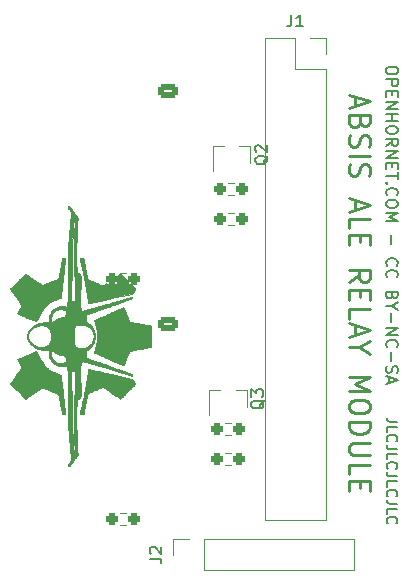
<source format=gbr>
%TF.GenerationSoftware,KiCad,Pcbnew,(6.0.9)*%
%TF.CreationDate,2023-01-09T19:40:24-09:00*%
%TF.ProjectId,ABSIS_ALE_Relay_Module,41425349-535f-4414-9c45-5f52656c6179,1*%
%TF.SameCoordinates,Original*%
%TF.FileFunction,Legend,Top*%
%TF.FilePolarity,Positive*%
%FSLAX46Y46*%
G04 Gerber Fmt 4.6, Leading zero omitted, Abs format (unit mm)*
G04 Created by KiCad (PCBNEW (6.0.9)) date 2023-01-09 19:40:24*
%MOMM*%
%LPD*%
G01*
G04 APERTURE LIST*
G04 Aperture macros list*
%AMRoundRect*
0 Rectangle with rounded corners*
0 $1 Rounding radius*
0 $2 $3 $4 $5 $6 $7 $8 $9 X,Y pos of 4 corners*
0 Add a 4 corners polygon primitive as box body*
4,1,4,$2,$3,$4,$5,$6,$7,$8,$9,$2,$3,0*
0 Add four circle primitives for the rounded corners*
1,1,$1+$1,$2,$3*
1,1,$1+$1,$4,$5*
1,1,$1+$1,$6,$7*
1,1,$1+$1,$8,$9*
0 Add four rect primitives between the rounded corners*
20,1,$1+$1,$2,$3,$4,$5,0*
20,1,$1+$1,$4,$5,$6,$7,0*
20,1,$1+$1,$6,$7,$8,$9,0*
20,1,$1+$1,$8,$9,$2,$3,0*%
G04 Aperture macros list end*
%ADD10C,0.150000*%
%ADD11C,0.250000*%
%ADD12C,0.120000*%
%ADD13C,0.010000*%
%ADD14R,1.700000X1.700000*%
%ADD15O,1.700000X1.700000*%
%ADD16C,3.200000*%
%ADD17R,0.800000X0.900000*%
%ADD18RoundRect,0.237500X-0.250000X-0.237500X0.250000X-0.237500X0.250000X0.237500X-0.250000X0.237500X0*%
%ADD19RoundRect,0.237500X0.250000X0.237500X-0.250000X0.237500X-0.250000X-0.237500X0.250000X-0.237500X0*%
%ADD20RoundRect,0.249999X-0.625001X0.350001X-0.625001X-0.350001X0.625001X-0.350001X0.625001X0.350001X0*%
%ADD21O,1.750000X1.200000*%
%ADD22R,2.000000X1.905000*%
%ADD23O,2.000000X1.905000*%
G04 APERTURE END LIST*
D10*
X33905619Y45088667D02*
X33905619Y44898191D01*
X33858000Y44802953D01*
X33762761Y44707715D01*
X33572285Y44660096D01*
X33238952Y44660096D01*
X33048476Y44707715D01*
X32953238Y44802953D01*
X32905619Y44898191D01*
X32905619Y45088667D01*
X32953238Y45183905D01*
X33048476Y45279143D01*
X33238952Y45326762D01*
X33572285Y45326762D01*
X33762761Y45279143D01*
X33858000Y45183905D01*
X33905619Y45088667D01*
X32905619Y44231524D02*
X33905619Y44231524D01*
X33905619Y43850572D01*
X33858000Y43755334D01*
X33810380Y43707715D01*
X33715142Y43660096D01*
X33572285Y43660096D01*
X33477047Y43707715D01*
X33429428Y43755334D01*
X33381809Y43850572D01*
X33381809Y44231524D01*
X33429428Y43231524D02*
X33429428Y42898191D01*
X32905619Y42755334D02*
X32905619Y43231524D01*
X33905619Y43231524D01*
X33905619Y42755334D01*
X32905619Y42326762D02*
X33905619Y42326762D01*
X32905619Y41755334D01*
X33905619Y41755334D01*
X32905619Y41279143D02*
X33905619Y41279143D01*
X33429428Y41279143D02*
X33429428Y40707715D01*
X32905619Y40707715D02*
X33905619Y40707715D01*
X33905619Y40041048D02*
X33905619Y39850572D01*
X33858000Y39755334D01*
X33762761Y39660096D01*
X33572285Y39612477D01*
X33238952Y39612477D01*
X33048476Y39660096D01*
X32953238Y39755334D01*
X32905619Y39850572D01*
X32905619Y40041048D01*
X32953238Y40136286D01*
X33048476Y40231524D01*
X33238952Y40279143D01*
X33572285Y40279143D01*
X33762761Y40231524D01*
X33858000Y40136286D01*
X33905619Y40041048D01*
X32905619Y38612477D02*
X33381809Y38945810D01*
X32905619Y39183905D02*
X33905619Y39183905D01*
X33905619Y38802953D01*
X33858000Y38707715D01*
X33810380Y38660096D01*
X33715142Y38612477D01*
X33572285Y38612477D01*
X33477047Y38660096D01*
X33429428Y38707715D01*
X33381809Y38802953D01*
X33381809Y39183905D01*
X32905619Y38183905D02*
X33905619Y38183905D01*
X32905619Y37612477D01*
X33905619Y37612477D01*
X33429428Y37136286D02*
X33429428Y36802953D01*
X32905619Y36660096D02*
X32905619Y37136286D01*
X33905619Y37136286D01*
X33905619Y36660096D01*
X33905619Y36374381D02*
X33905619Y35802953D01*
X32905619Y36088667D02*
X33905619Y36088667D01*
X33000857Y35469620D02*
X32953238Y35422000D01*
X32905619Y35469620D01*
X32953238Y35517239D01*
X33000857Y35469620D01*
X32905619Y35469620D01*
X33000857Y34422000D02*
X32953238Y34469620D01*
X32905619Y34612477D01*
X32905619Y34707715D01*
X32953238Y34850572D01*
X33048476Y34945810D01*
X33143714Y34993429D01*
X33334190Y35041048D01*
X33477047Y35041048D01*
X33667523Y34993429D01*
X33762761Y34945810D01*
X33858000Y34850572D01*
X33905619Y34707715D01*
X33905619Y34612477D01*
X33858000Y34469620D01*
X33810380Y34422000D01*
X33905619Y33802953D02*
X33905619Y33612477D01*
X33858000Y33517239D01*
X33762761Y33422000D01*
X33572285Y33374381D01*
X33238952Y33374381D01*
X33048476Y33422000D01*
X32953238Y33517239D01*
X32905619Y33612477D01*
X32905619Y33802953D01*
X32953238Y33898191D01*
X33048476Y33993429D01*
X33238952Y34041048D01*
X33572285Y34041048D01*
X33762761Y33993429D01*
X33858000Y33898191D01*
X33905619Y33802953D01*
X32905619Y32945810D02*
X33905619Y32945810D01*
X33191333Y32612477D01*
X33905619Y32279143D01*
X32905619Y32279143D01*
X33286571Y31041048D02*
X33286571Y30279143D01*
X33000857Y28469620D02*
X32953238Y28517239D01*
X32905619Y28660096D01*
X32905619Y28755334D01*
X32953238Y28898191D01*
X33048476Y28993429D01*
X33143714Y29041048D01*
X33334190Y29088667D01*
X33477047Y29088667D01*
X33667523Y29041048D01*
X33762761Y28993429D01*
X33858000Y28898191D01*
X33905619Y28755334D01*
X33905619Y28660096D01*
X33858000Y28517239D01*
X33810380Y28469620D01*
X33000857Y27469620D02*
X32953238Y27517239D01*
X32905619Y27660096D01*
X32905619Y27755334D01*
X32953238Y27898191D01*
X33048476Y27993429D01*
X33143714Y28041048D01*
X33334190Y28088667D01*
X33477047Y28088667D01*
X33667523Y28041048D01*
X33762761Y27993429D01*
X33858000Y27898191D01*
X33905619Y27755334D01*
X33905619Y27660096D01*
X33858000Y27517239D01*
X33810380Y27469620D01*
X33429428Y25945810D02*
X33381809Y25802953D01*
X33334190Y25755334D01*
X33238952Y25707715D01*
X33096095Y25707715D01*
X33000857Y25755334D01*
X32953238Y25802953D01*
X32905619Y25898191D01*
X32905619Y26279143D01*
X33905619Y26279143D01*
X33905619Y25945810D01*
X33858000Y25850572D01*
X33810380Y25802953D01*
X33715142Y25755334D01*
X33619904Y25755334D01*
X33524666Y25802953D01*
X33477047Y25850572D01*
X33429428Y25945810D01*
X33429428Y26279143D01*
X33381809Y25088667D02*
X32905619Y25088667D01*
X33905619Y25422000D02*
X33381809Y25088667D01*
X33905619Y24755334D01*
X33286571Y24422000D02*
X33286571Y23660096D01*
X32905619Y23183905D02*
X33905619Y23183905D01*
X32905619Y22612477D01*
X33905619Y22612477D01*
X33000857Y21564858D02*
X32953238Y21612477D01*
X32905619Y21755334D01*
X32905619Y21850572D01*
X32953238Y21993429D01*
X33048476Y22088667D01*
X33143714Y22136286D01*
X33334190Y22183905D01*
X33477047Y22183905D01*
X33667523Y22136286D01*
X33762761Y22088667D01*
X33858000Y21993429D01*
X33905619Y21850572D01*
X33905619Y21755334D01*
X33858000Y21612477D01*
X33810380Y21564858D01*
X33286571Y21136286D02*
X33286571Y20374381D01*
X32953238Y19945810D02*
X32905619Y19802953D01*
X32905619Y19564858D01*
X32953238Y19469620D01*
X33000857Y19422000D01*
X33096095Y19374381D01*
X33191333Y19374381D01*
X33286571Y19422000D01*
X33334190Y19469620D01*
X33381809Y19564858D01*
X33429428Y19755334D01*
X33477047Y19850572D01*
X33524666Y19898191D01*
X33619904Y19945810D01*
X33715142Y19945810D01*
X33810380Y19898191D01*
X33858000Y19850572D01*
X33905619Y19755334D01*
X33905619Y19517239D01*
X33858000Y19374381D01*
X33191333Y18993429D02*
X33191333Y18517239D01*
X32905619Y19088667D02*
X33905619Y18755334D01*
X32905619Y18422000D01*
D11*
X30272333Y42788334D02*
X30272333Y41955000D01*
X29772333Y42955000D02*
X31522333Y42371667D01*
X29772333Y41788334D01*
X30689000Y40621667D02*
X30605666Y40371667D01*
X30522333Y40288334D01*
X30355666Y40205000D01*
X30105666Y40205000D01*
X29939000Y40288334D01*
X29855666Y40371667D01*
X29772333Y40538334D01*
X29772333Y41205000D01*
X31522333Y41205000D01*
X31522333Y40621667D01*
X31439000Y40455000D01*
X31355666Y40371667D01*
X31189000Y40288334D01*
X31022333Y40288334D01*
X30855666Y40371667D01*
X30772333Y40455000D01*
X30689000Y40621667D01*
X30689000Y41205000D01*
X29855666Y39538334D02*
X29772333Y39288334D01*
X29772333Y38871667D01*
X29855666Y38705000D01*
X29939000Y38621667D01*
X30105666Y38538334D01*
X30272333Y38538334D01*
X30439000Y38621667D01*
X30522333Y38705000D01*
X30605666Y38871667D01*
X30689000Y39205000D01*
X30772333Y39371667D01*
X30855666Y39455000D01*
X31022333Y39538334D01*
X31189000Y39538334D01*
X31355666Y39455000D01*
X31439000Y39371667D01*
X31522333Y39205000D01*
X31522333Y38788334D01*
X31439000Y38538334D01*
X29772333Y37788334D02*
X31522333Y37788334D01*
X29855666Y37038334D02*
X29772333Y36788334D01*
X29772333Y36371667D01*
X29855666Y36205000D01*
X29939000Y36121667D01*
X30105666Y36038334D01*
X30272333Y36038334D01*
X30439000Y36121667D01*
X30522333Y36205000D01*
X30605666Y36371667D01*
X30689000Y36705000D01*
X30772333Y36871667D01*
X30855666Y36955000D01*
X31022333Y37038334D01*
X31189000Y37038334D01*
X31355666Y36955000D01*
X31439000Y36871667D01*
X31522333Y36705000D01*
X31522333Y36288334D01*
X31439000Y36038334D01*
X30272333Y34038334D02*
X30272333Y33205000D01*
X29772333Y34205000D02*
X31522333Y33621667D01*
X29772333Y33038334D01*
X29772333Y31621667D02*
X29772333Y32455000D01*
X31522333Y32455000D01*
X30689000Y31038334D02*
X30689000Y30455000D01*
X29772333Y30205000D02*
X29772333Y31038334D01*
X31522333Y31038334D01*
X31522333Y30205000D01*
X29772333Y27121667D02*
X30605666Y27705000D01*
X29772333Y28121667D02*
X31522333Y28121667D01*
X31522333Y27455000D01*
X31439000Y27288334D01*
X31355666Y27205000D01*
X31189000Y27121667D01*
X30939000Y27121667D01*
X30772333Y27205000D01*
X30689000Y27288334D01*
X30605666Y27455000D01*
X30605666Y28121667D01*
X30689000Y26371667D02*
X30689000Y25788334D01*
X29772333Y25538334D02*
X29772333Y26371667D01*
X31522333Y26371667D01*
X31522333Y25538334D01*
X29772333Y23955000D02*
X29772333Y24788334D01*
X31522333Y24788334D01*
X30272333Y23455000D02*
X30272333Y22621667D01*
X29772333Y23621667D02*
X31522333Y23038334D01*
X29772333Y22455000D01*
X30605666Y21538334D02*
X29772333Y21538334D01*
X31522333Y22121667D02*
X30605666Y21538334D01*
X31522333Y20955000D01*
X29772333Y19038334D02*
X31522333Y19038334D01*
X30272333Y18455000D01*
X31522333Y17871667D01*
X29772333Y17871667D01*
X31522333Y16705000D02*
X31522333Y16371667D01*
X31439000Y16205000D01*
X31272333Y16038334D01*
X30939000Y15955000D01*
X30355666Y15955000D01*
X30022333Y16038334D01*
X29855666Y16205000D01*
X29772333Y16371667D01*
X29772333Y16705000D01*
X29855666Y16871667D01*
X30022333Y17038334D01*
X30355666Y17121667D01*
X30939000Y17121667D01*
X31272333Y17038334D01*
X31439000Y16871667D01*
X31522333Y16705000D01*
X29772333Y15205000D02*
X31522333Y15205000D01*
X31522333Y14788334D01*
X31439000Y14538334D01*
X31272333Y14371667D01*
X31105666Y14288334D01*
X30772333Y14205000D01*
X30522333Y14205000D01*
X30189000Y14288334D01*
X30022333Y14371667D01*
X29855666Y14538334D01*
X29772333Y14788334D01*
X29772333Y15205000D01*
X31522333Y13455000D02*
X30105666Y13455000D01*
X29939000Y13371667D01*
X29855666Y13288334D01*
X29772333Y13121667D01*
X29772333Y12788334D01*
X29855666Y12621667D01*
X29939000Y12538334D01*
X30105666Y12455000D01*
X31522333Y12455000D01*
X29772333Y10788334D02*
X29772333Y11621667D01*
X31522333Y11621667D01*
X30689000Y10205000D02*
X30689000Y9621667D01*
X29772333Y9371667D02*
X29772333Y10205000D01*
X31522333Y10205000D01*
X31522333Y9371667D01*
D10*
X33850857Y15251143D02*
X33208000Y15251143D01*
X33079428Y15294000D01*
X32993714Y15379715D01*
X32950857Y15508286D01*
X32950857Y15594000D01*
X32950857Y14394000D02*
X32950857Y14822572D01*
X33850857Y14822572D01*
X33036571Y13579715D02*
X32993714Y13622572D01*
X32950857Y13751143D01*
X32950857Y13836858D01*
X32993714Y13965429D01*
X33079428Y14051143D01*
X33165142Y14094000D01*
X33336571Y14136858D01*
X33465142Y14136858D01*
X33636571Y14094000D01*
X33722285Y14051143D01*
X33808000Y13965429D01*
X33850857Y13836858D01*
X33850857Y13751143D01*
X33808000Y13622572D01*
X33765142Y13579715D01*
X33850857Y12936858D02*
X33208000Y12936858D01*
X33079428Y12979715D01*
X32993714Y13065429D01*
X32950857Y13194000D01*
X32950857Y13279715D01*
X32950857Y12079715D02*
X32950857Y12508286D01*
X33850857Y12508286D01*
X33036571Y11265429D02*
X32993714Y11308286D01*
X32950857Y11436858D01*
X32950857Y11522572D01*
X32993714Y11651143D01*
X33079428Y11736858D01*
X33165142Y11779715D01*
X33336571Y11822572D01*
X33465142Y11822572D01*
X33636571Y11779715D01*
X33722285Y11736858D01*
X33808000Y11651143D01*
X33850857Y11522572D01*
X33850857Y11436858D01*
X33808000Y11308286D01*
X33765142Y11265429D01*
X33850857Y10622572D02*
X33208000Y10622572D01*
X33079428Y10665429D01*
X32993714Y10751143D01*
X32950857Y10879715D01*
X32950857Y10965429D01*
X32950857Y9765429D02*
X32950857Y10194000D01*
X33850857Y10194000D01*
X33036571Y8951143D02*
X32993714Y8994000D01*
X32950857Y9122572D01*
X32950857Y9208286D01*
X32993714Y9336858D01*
X33079428Y9422572D01*
X33165142Y9465429D01*
X33336571Y9508286D01*
X33465142Y9508286D01*
X33636571Y9465429D01*
X33722285Y9422572D01*
X33808000Y9336858D01*
X33850857Y9208286D01*
X33850857Y9122572D01*
X33808000Y8994000D01*
X33765142Y8951143D01*
X33850857Y8308286D02*
X33208000Y8308286D01*
X33079428Y8351143D01*
X32993714Y8436858D01*
X32950857Y8565429D01*
X32950857Y8651143D01*
X32950857Y7451143D02*
X32950857Y7879715D01*
X33850857Y7879715D01*
X33036571Y6636858D02*
X32993714Y6679715D01*
X32950857Y6808286D01*
X32950857Y6894000D01*
X32993714Y7022572D01*
X33079428Y7108286D01*
X33165142Y7151143D01*
X33336571Y7194000D01*
X33465142Y7194000D01*
X33636571Y7151143D01*
X33722285Y7108286D01*
X33808000Y7022572D01*
X33850857Y6894000D01*
X33850857Y6808286D01*
X33808000Y6679715D01*
X33765142Y6636858D01*
%TO.C,J2*%
X12882380Y3666667D02*
X13596666Y3666667D01*
X13739523Y3619048D01*
X13834761Y3523810D01*
X13882380Y3380953D01*
X13882380Y3285715D01*
X12977619Y4095239D02*
X12930000Y4142858D01*
X12882380Y4238096D01*
X12882380Y4476191D01*
X12930000Y4571429D01*
X12977619Y4619048D01*
X13072857Y4666667D01*
X13168095Y4666667D01*
X13310952Y4619048D01*
X13882380Y4047620D01*
X13882380Y4666667D01*
%TO.C,J1*%
X24896666Y49717620D02*
X24896666Y49003334D01*
X24849047Y48860477D01*
X24753809Y48765239D01*
X24610952Y48717620D01*
X24515714Y48717620D01*
X25896666Y48717620D02*
X25325238Y48717620D01*
X25610952Y48717620D02*
X25610952Y49717620D01*
X25515714Y49574762D01*
X25420476Y49479524D01*
X25325238Y49431905D01*
%TO.C,Q2*%
X22917619Y37779762D02*
X22870000Y37684524D01*
X22774761Y37589286D01*
X22631904Y37446429D01*
X22584285Y37351191D01*
X22584285Y37255953D01*
X22822380Y37303572D02*
X22774761Y37208334D01*
X22679523Y37113096D01*
X22489047Y37065477D01*
X22155714Y37065477D01*
X21965238Y37113096D01*
X21870000Y37208334D01*
X21822380Y37303572D01*
X21822380Y37494048D01*
X21870000Y37589286D01*
X21965238Y37684524D01*
X22155714Y37732143D01*
X22489047Y37732143D01*
X22679523Y37684524D01*
X22774761Y37589286D01*
X22822380Y37494048D01*
X22822380Y37303572D01*
X21917619Y38113096D02*
X21870000Y38160715D01*
X21822380Y38255953D01*
X21822380Y38494048D01*
X21870000Y38589286D01*
X21917619Y38636905D01*
X22012857Y38684524D01*
X22108095Y38684524D01*
X22250952Y38636905D01*
X22822380Y38065477D01*
X22822380Y38684524D01*
%TO.C,Q3*%
X22602619Y17094762D02*
X22555000Y16999524D01*
X22459761Y16904286D01*
X22316904Y16761429D01*
X22269285Y16666191D01*
X22269285Y16570953D01*
X22507380Y16618572D02*
X22459761Y16523334D01*
X22364523Y16428096D01*
X22174047Y16380477D01*
X21840714Y16380477D01*
X21650238Y16428096D01*
X21555000Y16523334D01*
X21507380Y16618572D01*
X21507380Y16809048D01*
X21555000Y16904286D01*
X21650238Y16999524D01*
X21840714Y17047143D01*
X22174047Y17047143D01*
X22364523Y16999524D01*
X22459761Y16904286D01*
X22507380Y16809048D01*
X22507380Y16618572D01*
X21507380Y17380477D02*
X21507380Y17999524D01*
X21888333Y17666191D01*
X21888333Y17809048D01*
X21935952Y17904286D01*
X21983571Y17951905D01*
X22078809Y17999524D01*
X22316904Y17999524D01*
X22412142Y17951905D01*
X22459761Y17904286D01*
X22507380Y17809048D01*
X22507380Y17523334D01*
X22459761Y17428096D01*
X22412142Y17380477D01*
D12*
%TO.C,J2*%
X30230000Y2670000D02*
X30230000Y5330000D01*
X17470000Y5330000D02*
X30230000Y5330000D01*
X17470000Y2670000D02*
X17470000Y5330000D01*
X17470000Y2670000D02*
X30230000Y2670000D01*
X14870000Y5330000D02*
X16200000Y5330000D01*
X14870000Y4000000D02*
X14870000Y5330000D01*
%TO.C,J1*%
X26500000Y47730000D02*
X27830000Y47730000D01*
X22630000Y6970000D02*
X27830000Y6970000D01*
X22630000Y47730000D02*
X22630000Y6970000D01*
X25230000Y47730000D02*
X25230000Y45130000D01*
X25230000Y45130000D02*
X27830000Y45130000D01*
X27830000Y45130000D02*
X27830000Y6970000D01*
X27830000Y47730000D02*
X27830000Y46400000D01*
X22630000Y47730000D02*
X25230000Y47730000D01*
%TO.C,Q2*%
X21410000Y38635000D02*
X20480000Y38635000D01*
X18250000Y38635000D02*
X19180000Y38635000D01*
X21410000Y38635000D02*
X21410000Y37175000D01*
X18250000Y38635000D02*
X18250000Y36475000D01*
%TO.C,Q3*%
X21095000Y17950000D02*
X21095000Y16490000D01*
X17935000Y17950000D02*
X17935000Y15790000D01*
X21095000Y17950000D02*
X20165000Y17950000D01*
X17935000Y17950000D02*
X18865000Y17950000D01*
%TO.C,R1*%
X19537776Y31907500D02*
X20047224Y31907500D01*
X19537776Y32952500D02*
X20047224Y32952500D01*
%TO.C,R2*%
X19537776Y34447500D02*
X20047224Y34447500D01*
X19537776Y35492500D02*
X20047224Y35492500D01*
%TO.C,R3*%
X10370276Y26827500D02*
X10879724Y26827500D01*
X10370276Y27872500D02*
X10879724Y27872500D01*
%TO.C,R5*%
X19769724Y12632500D02*
X19260276Y12632500D01*
X19769724Y11587500D02*
X19260276Y11587500D01*
%TO.C,R4*%
X19260276Y15172500D02*
X19769724Y15172500D01*
X19260276Y14127500D02*
X19769724Y14127500D01*
%TO.C,R6*%
X10370276Y7552500D02*
X10879724Y7552500D01*
X10370276Y6507500D02*
X10879724Y6507500D01*
%TO.C,LOGO1*%
G36*
X5686240Y29089326D02*
G01*
X5715451Y29088634D01*
X5733305Y29086853D01*
X5742588Y29083503D01*
X5746089Y29078101D01*
X5746601Y29071535D01*
X5745662Y29061740D01*
X5742923Y29036115D01*
X5738494Y28995652D01*
X5732490Y28941348D01*
X5725021Y28874195D01*
X5716201Y28795188D01*
X5706141Y28705320D01*
X5694955Y28605587D01*
X5682755Y28496982D01*
X5669654Y28380499D01*
X5655763Y28257132D01*
X5641195Y28127876D01*
X5626064Y27993724D01*
X5610480Y27855671D01*
X5594557Y27714711D01*
X5578407Y27571838D01*
X5562143Y27428045D01*
X5545877Y27284328D01*
X5529722Y27141680D01*
X5513789Y27001096D01*
X5498192Y26863569D01*
X5483043Y26730094D01*
X5468454Y26601664D01*
X5454538Y26479274D01*
X5441407Y26363919D01*
X5429174Y26256591D01*
X5417952Y26158285D01*
X5407852Y26069996D01*
X5398987Y25992717D01*
X5391470Y25927443D01*
X5385413Y25875168D01*
X5380928Y25836885D01*
X5378129Y25813589D01*
X5377341Y25807476D01*
X5372425Y25784355D01*
X5363700Y25772779D01*
X5348484Y25767600D01*
X5335658Y25763107D01*
X5309203Y25752325D01*
X5270873Y25736041D01*
X5222420Y25715045D01*
X5165600Y25690124D01*
X5102165Y25662068D01*
X5033869Y25631664D01*
X4962467Y25599701D01*
X4889711Y25566967D01*
X4817357Y25534251D01*
X4747156Y25502342D01*
X4680864Y25472027D01*
X4620233Y25444095D01*
X4567019Y25419334D01*
X4522973Y25398534D01*
X4489851Y25382482D01*
X4474336Y25374615D01*
X4403665Y25332873D01*
X4327338Y25279642D01*
X4248660Y25217799D01*
X4170940Y25150221D01*
X4097482Y25079786D01*
X4031595Y25009370D01*
X3976584Y24941852D01*
X3975852Y24940867D01*
X3965707Y24925631D01*
X3947934Y24897188D01*
X3923384Y24856986D01*
X3892910Y24806477D01*
X3857361Y24747109D01*
X3817591Y24680331D01*
X3774450Y24607595D01*
X3728789Y24530349D01*
X3681461Y24450043D01*
X3633317Y24368126D01*
X3585207Y24286049D01*
X3537984Y24205261D01*
X3492500Y24127212D01*
X3449604Y24053351D01*
X3410150Y23985128D01*
X3374988Y23923993D01*
X3344970Y23871396D01*
X3320947Y23828785D01*
X3303771Y23797612D01*
X3298166Y23787054D01*
X3278567Y23749319D01*
X2503867Y24069896D01*
X2366612Y24126813D01*
X2241261Y24179040D01*
X2128222Y24226403D01*
X2027904Y24268725D01*
X1940716Y24305832D01*
X1867065Y24337548D01*
X1807359Y24363700D01*
X1762009Y24384110D01*
X1731421Y24398605D01*
X1716005Y24407010D01*
X1714350Y24408374D01*
X1702916Y24430135D01*
X1699534Y24447992D01*
X1703428Y24460049D01*
X1714542Y24485281D01*
X1732026Y24521977D01*
X1755027Y24568426D01*
X1782695Y24622917D01*
X1814179Y24683739D01*
X1848626Y24749182D01*
X1860400Y24771314D01*
X1902149Y24849788D01*
X1936435Y24914904D01*
X1963878Y24968180D01*
X1985104Y25011137D01*
X2000733Y25045293D01*
X2011388Y25072168D01*
X2017692Y25093281D01*
X2020267Y25110152D01*
X2019737Y25124300D01*
X2016722Y25137244D01*
X2013763Y25145632D01*
X2007972Y25155321D01*
X1993257Y25177954D01*
X1970298Y25212531D01*
X1939773Y25258048D01*
X1902362Y25313505D01*
X1858744Y25377899D01*
X1809598Y25450227D01*
X1755602Y25529488D01*
X1697436Y25614680D01*
X1635779Y25704800D01*
X1571310Y25798846D01*
X1556563Y25820333D01*
X1479473Y25932645D01*
X1411429Y26031865D01*
X1351900Y26118868D01*
X1300357Y26194528D01*
X1256268Y26259719D01*
X1219104Y26315314D01*
X1188334Y26362188D01*
X1163427Y26401215D01*
X1143853Y26433268D01*
X1129083Y26459221D01*
X1118584Y26479949D01*
X1111827Y26496326D01*
X1108282Y26509225D01*
X1107417Y26519521D01*
X1108703Y26528087D01*
X1111609Y26535797D01*
X1115605Y26543526D01*
X1116569Y26545300D01*
X1124204Y26554379D01*
X1142872Y26574366D01*
X1171576Y26604264D01*
X1209319Y26643077D01*
X1255105Y26689809D01*
X1307937Y26743461D01*
X1366820Y26803038D01*
X1430755Y26867544D01*
X1498746Y26935980D01*
X1569798Y27007351D01*
X1642912Y27080660D01*
X1717093Y27154911D01*
X1791344Y27229106D01*
X1864669Y27302248D01*
X1936070Y27373343D01*
X2004551Y27441391D01*
X2069116Y27505398D01*
X2128768Y27564365D01*
X2182510Y27617297D01*
X2229346Y27663197D01*
X2268279Y27701068D01*
X2298312Y27729913D01*
X2318449Y27748736D01*
X2327693Y27756541D01*
X2327763Y27756579D01*
X2346262Y27764930D01*
X2364091Y27768549D01*
X2383594Y27766570D01*
X2407110Y27758122D01*
X2436982Y27742338D01*
X2475550Y27718349D01*
X2525155Y27685287D01*
X2531413Y27681041D01*
X2559704Y27661767D01*
X2600509Y27633890D01*
X2652385Y27598399D01*
X2713890Y27556280D01*
X2783584Y27508522D01*
X2860025Y27456113D01*
X2941770Y27400042D01*
X3027378Y27341297D01*
X3115407Y27280866D01*
X3193900Y27226959D01*
X3279582Y27168197D01*
X3361711Y27112049D01*
X3439146Y27059285D01*
X3510748Y27010672D01*
X3575375Y26966981D01*
X3631888Y26928979D01*
X3679146Y26897435D01*
X3716009Y26873119D01*
X3741337Y26856799D01*
X3753989Y26849243D01*
X3754545Y26848986D01*
X3780728Y26840782D01*
X3805106Y26837400D01*
X3817322Y26840529D01*
X3843749Y26849529D01*
X3882940Y26863819D01*
X3933450Y26882821D01*
X3993832Y26905954D01*
X4062642Y26932638D01*
X4138434Y26962293D01*
X4219760Y26994340D01*
X4305176Y27028198D01*
X4393236Y27063288D01*
X4482493Y27099030D01*
X4571502Y27134843D01*
X4658817Y27170148D01*
X4742993Y27204365D01*
X4822582Y27236913D01*
X4896140Y27267214D01*
X4962220Y27294687D01*
X5019377Y27318752D01*
X5066165Y27338829D01*
X5101137Y27354339D01*
X5122849Y27364701D01*
X5129313Y27368522D01*
X5147809Y27386045D01*
X5160714Y27401715D01*
X5161843Y27403625D01*
X5164430Y27413795D01*
X5169862Y27439457D01*
X5177916Y27479450D01*
X5188372Y27532613D01*
X5201005Y27597786D01*
X5215593Y27673807D01*
X5231915Y27759515D01*
X5249748Y27853751D01*
X5268869Y27955351D01*
X5289056Y28063157D01*
X5310086Y28176006D01*
X5318604Y28221862D01*
X5345875Y28368411D01*
X5370318Y28498871D01*
X5392048Y28613828D01*
X5411184Y28713868D01*
X5427842Y28799578D01*
X5442138Y28871544D01*
X5454190Y28930351D01*
X5464115Y28976587D01*
X5472029Y29010837D01*
X5478049Y29033687D01*
X5482292Y29045724D01*
X5483151Y29047200D01*
X5497357Y29063800D01*
X5514074Y29075466D01*
X5536435Y29083026D01*
X5567575Y29087308D01*
X5610628Y29089141D01*
X5642884Y29089409D01*
X5686240Y29089326D01*
G37*
D13*
X5686240Y29089326D02*
X5715451Y29088634D01*
X5733305Y29086853D01*
X5742588Y29083503D01*
X5746089Y29078101D01*
X5746601Y29071535D01*
X5745662Y29061740D01*
X5742923Y29036115D01*
X5738494Y28995652D01*
X5732490Y28941348D01*
X5725021Y28874195D01*
X5716201Y28795188D01*
X5706141Y28705320D01*
X5694955Y28605587D01*
X5682755Y28496982D01*
X5669654Y28380499D01*
X5655763Y28257132D01*
X5641195Y28127876D01*
X5626064Y27993724D01*
X5610480Y27855671D01*
X5594557Y27714711D01*
X5578407Y27571838D01*
X5562143Y27428045D01*
X5545877Y27284328D01*
X5529722Y27141680D01*
X5513789Y27001096D01*
X5498192Y26863569D01*
X5483043Y26730094D01*
X5468454Y26601664D01*
X5454538Y26479274D01*
X5441407Y26363919D01*
X5429174Y26256591D01*
X5417952Y26158285D01*
X5407852Y26069996D01*
X5398987Y25992717D01*
X5391470Y25927443D01*
X5385413Y25875168D01*
X5380928Y25836885D01*
X5378129Y25813589D01*
X5377341Y25807476D01*
X5372425Y25784355D01*
X5363700Y25772779D01*
X5348484Y25767600D01*
X5335658Y25763107D01*
X5309203Y25752325D01*
X5270873Y25736041D01*
X5222420Y25715045D01*
X5165600Y25690124D01*
X5102165Y25662068D01*
X5033869Y25631664D01*
X4962467Y25599701D01*
X4889711Y25566967D01*
X4817357Y25534251D01*
X4747156Y25502342D01*
X4680864Y25472027D01*
X4620233Y25444095D01*
X4567019Y25419334D01*
X4522973Y25398534D01*
X4489851Y25382482D01*
X4474336Y25374615D01*
X4403665Y25332873D01*
X4327338Y25279642D01*
X4248660Y25217799D01*
X4170940Y25150221D01*
X4097482Y25079786D01*
X4031595Y25009370D01*
X3976584Y24941852D01*
X3975852Y24940867D01*
X3965707Y24925631D01*
X3947934Y24897188D01*
X3923384Y24856986D01*
X3892910Y24806477D01*
X3857361Y24747109D01*
X3817591Y24680331D01*
X3774450Y24607595D01*
X3728789Y24530349D01*
X3681461Y24450043D01*
X3633317Y24368126D01*
X3585207Y24286049D01*
X3537984Y24205261D01*
X3492500Y24127212D01*
X3449604Y24053351D01*
X3410150Y23985128D01*
X3374988Y23923993D01*
X3344970Y23871396D01*
X3320947Y23828785D01*
X3303771Y23797612D01*
X3298166Y23787054D01*
X3278567Y23749319D01*
X2503867Y24069896D01*
X2366612Y24126813D01*
X2241261Y24179040D01*
X2128222Y24226403D01*
X2027904Y24268725D01*
X1940716Y24305832D01*
X1867065Y24337548D01*
X1807359Y24363700D01*
X1762009Y24384110D01*
X1731421Y24398605D01*
X1716005Y24407010D01*
X1714350Y24408374D01*
X1702916Y24430135D01*
X1699534Y24447992D01*
X1703428Y24460049D01*
X1714542Y24485281D01*
X1732026Y24521977D01*
X1755027Y24568426D01*
X1782695Y24622917D01*
X1814179Y24683739D01*
X1848626Y24749182D01*
X1860400Y24771314D01*
X1902149Y24849788D01*
X1936435Y24914904D01*
X1963878Y24968180D01*
X1985104Y25011137D01*
X2000733Y25045293D01*
X2011388Y25072168D01*
X2017692Y25093281D01*
X2020267Y25110152D01*
X2019737Y25124300D01*
X2016722Y25137244D01*
X2013763Y25145632D01*
X2007972Y25155321D01*
X1993257Y25177954D01*
X1970298Y25212531D01*
X1939773Y25258048D01*
X1902362Y25313505D01*
X1858744Y25377899D01*
X1809598Y25450227D01*
X1755602Y25529488D01*
X1697436Y25614680D01*
X1635779Y25704800D01*
X1571310Y25798846D01*
X1556563Y25820333D01*
X1479473Y25932645D01*
X1411429Y26031865D01*
X1351900Y26118868D01*
X1300357Y26194528D01*
X1256268Y26259719D01*
X1219104Y26315314D01*
X1188334Y26362188D01*
X1163427Y26401215D01*
X1143853Y26433268D01*
X1129083Y26459221D01*
X1118584Y26479949D01*
X1111827Y26496326D01*
X1108282Y26509225D01*
X1107417Y26519521D01*
X1108703Y26528087D01*
X1111609Y26535797D01*
X1115605Y26543526D01*
X1116569Y26545300D01*
X1124204Y26554379D01*
X1142872Y26574366D01*
X1171576Y26604264D01*
X1209319Y26643077D01*
X1255105Y26689809D01*
X1307937Y26743461D01*
X1366820Y26803038D01*
X1430755Y26867544D01*
X1498746Y26935980D01*
X1569798Y27007351D01*
X1642912Y27080660D01*
X1717093Y27154911D01*
X1791344Y27229106D01*
X1864669Y27302248D01*
X1936070Y27373343D01*
X2004551Y27441391D01*
X2069116Y27505398D01*
X2128768Y27564365D01*
X2182510Y27617297D01*
X2229346Y27663197D01*
X2268279Y27701068D01*
X2298312Y27729913D01*
X2318449Y27748736D01*
X2327693Y27756541D01*
X2327763Y27756579D01*
X2346262Y27764930D01*
X2364091Y27768549D01*
X2383594Y27766570D01*
X2407110Y27758122D01*
X2436982Y27742338D01*
X2475550Y27718349D01*
X2525155Y27685287D01*
X2531413Y27681041D01*
X2559704Y27661767D01*
X2600509Y27633890D01*
X2652385Y27598399D01*
X2713890Y27556280D01*
X2783584Y27508522D01*
X2860025Y27456113D01*
X2941770Y27400042D01*
X3027378Y27341297D01*
X3115407Y27280866D01*
X3193900Y27226959D01*
X3279582Y27168197D01*
X3361711Y27112049D01*
X3439146Y27059285D01*
X3510748Y27010672D01*
X3575375Y26966981D01*
X3631888Y26928979D01*
X3679146Y26897435D01*
X3716009Y26873119D01*
X3741337Y26856799D01*
X3753989Y26849243D01*
X3754545Y26848986D01*
X3780728Y26840782D01*
X3805106Y26837400D01*
X3817322Y26840529D01*
X3843749Y26849529D01*
X3882940Y26863819D01*
X3933450Y26882821D01*
X3993832Y26905954D01*
X4062642Y26932638D01*
X4138434Y26962293D01*
X4219760Y26994340D01*
X4305176Y27028198D01*
X4393236Y27063288D01*
X4482493Y27099030D01*
X4571502Y27134843D01*
X4658817Y27170148D01*
X4742993Y27204365D01*
X4822582Y27236913D01*
X4896140Y27267214D01*
X4962220Y27294687D01*
X5019377Y27318752D01*
X5066165Y27338829D01*
X5101137Y27354339D01*
X5122849Y27364701D01*
X5129313Y27368522D01*
X5147809Y27386045D01*
X5160714Y27401715D01*
X5161843Y27403625D01*
X5164430Y27413795D01*
X5169862Y27439457D01*
X5177916Y27479450D01*
X5188372Y27532613D01*
X5201005Y27597786D01*
X5215593Y27673807D01*
X5231915Y27759515D01*
X5249748Y27853751D01*
X5268869Y27955351D01*
X5289056Y28063157D01*
X5310086Y28176006D01*
X5318604Y28221862D01*
X5345875Y28368411D01*
X5370318Y28498871D01*
X5392048Y28613828D01*
X5411184Y28713868D01*
X5427842Y28799578D01*
X5442138Y28871544D01*
X5454190Y28930351D01*
X5464115Y28976587D01*
X5472029Y29010837D01*
X5478049Y29033687D01*
X5482292Y29045724D01*
X5483151Y29047200D01*
X5497357Y29063800D01*
X5514074Y29075466D01*
X5536435Y29083026D01*
X5567575Y29087308D01*
X5610628Y29089141D01*
X5642884Y29089409D01*
X5686240Y29089326D01*
G36*
X7739321Y19704582D02*
G01*
X7752822Y19700746D01*
X7769953Y19696199D01*
X7791360Y19690801D01*
X7817687Y19684409D01*
X7849581Y19676881D01*
X7887686Y19668075D01*
X7932649Y19657851D01*
X7985114Y19646065D01*
X8045728Y19632577D01*
X8115135Y19617245D01*
X8193980Y19599926D01*
X8282910Y19580480D01*
X8382570Y19558764D01*
X8493605Y19534636D01*
X8616661Y19507955D01*
X8752382Y19478579D01*
X8901416Y19446367D01*
X9064406Y19411176D01*
X9241998Y19372865D01*
X9434838Y19331292D01*
X9643572Y19286315D01*
X9649796Y19284974D01*
X11389758Y18910134D01*
X11525162Y18713312D01*
X11560539Y18661230D01*
X11592660Y18612677D01*
X11620255Y18569675D01*
X11642057Y18534242D01*
X11656796Y18508397D01*
X11663203Y18494162D01*
X11663345Y18493389D01*
X11663448Y18466556D01*
X11660727Y18448027D01*
X11654106Y18439073D01*
X11636433Y18419197D01*
X11608692Y18389390D01*
X11571866Y18350642D01*
X11526940Y18303942D01*
X11474897Y18250280D01*
X11416721Y18190647D01*
X11353396Y18126032D01*
X11285906Y18057425D01*
X11215235Y17985816D01*
X11142367Y17912194D01*
X11068285Y17837551D01*
X10993974Y17762874D01*
X10920417Y17689155D01*
X10848598Y17617383D01*
X10779501Y17548549D01*
X10714110Y17483641D01*
X10653409Y17423650D01*
X10598381Y17369566D01*
X10550011Y17322379D01*
X10509282Y17283078D01*
X10477179Y17252653D01*
X10454685Y17232095D01*
X10442783Y17222393D01*
X10442173Y17222036D01*
X10410176Y17212959D01*
X10389928Y17213497D01*
X10377565Y17219255D01*
X10351479Y17234706D01*
X10311777Y17259777D01*
X10258569Y17294396D01*
X10191965Y17338490D01*
X10112074Y17391987D01*
X10019005Y17454812D01*
X9912868Y17526895D01*
X9793770Y17608161D01*
X9662617Y17697994D01*
X9547793Y17776635D01*
X9440803Y17849638D01*
X9342267Y17916589D01*
X9252807Y17977074D01*
X9173042Y18030679D01*
X9103593Y18076988D01*
X9045081Y18115589D01*
X8998128Y18146066D01*
X8963352Y18168006D01*
X8941376Y18180993D01*
X8933609Y18184623D01*
X8907943Y18188037D01*
X8886139Y18187210D01*
X8885414Y18187058D01*
X8872827Y18182661D01*
X8846323Y18172174D01*
X8807374Y18156229D01*
X8757452Y18135460D01*
X8698027Y18110500D01*
X8630572Y18081983D01*
X8556558Y18050541D01*
X8477457Y18016809D01*
X8394739Y17981418D01*
X8309878Y17945003D01*
X8224343Y17908197D01*
X8139607Y17871633D01*
X8057142Y17835944D01*
X7978418Y17801764D01*
X7904908Y17769725D01*
X7838083Y17740462D01*
X7779414Y17714607D01*
X7730373Y17692793D01*
X7692432Y17675654D01*
X7667062Y17663824D01*
X7655734Y17657935D01*
X7655557Y17657803D01*
X7635890Y17637858D01*
X7622582Y17618389D01*
X7619407Y17607005D01*
X7613394Y17580129D01*
X7604770Y17538921D01*
X7593761Y17484543D01*
X7580594Y17418157D01*
X7565494Y17340923D01*
X7548688Y17254002D01*
X7530402Y17158556D01*
X7510863Y17055747D01*
X7490297Y16946734D01*
X7468930Y16832681D01*
X7457315Y16770353D01*
X7432115Y16634916D01*
X7409799Y16515132D01*
X7390158Y16410006D01*
X7372981Y16318543D01*
X7358061Y16239746D01*
X7345187Y16172622D01*
X7334151Y16116173D01*
X7324744Y16069406D01*
X7316756Y16031324D01*
X7309978Y16000933D01*
X7304202Y15977236D01*
X7299219Y15959239D01*
X7294818Y15945947D01*
X7290791Y15936362D01*
X7286929Y15929492D01*
X7283023Y15924339D01*
X7278863Y15919910D01*
X7278590Y15919633D01*
X7253385Y15894233D01*
X7105359Y15891571D01*
X6957334Y15888909D01*
X6958198Y15908504D01*
X6960330Y15920075D01*
X6966172Y15946591D01*
X6975369Y15986558D01*
X6987565Y16038484D01*
X7002406Y16100876D01*
X7019535Y16172239D01*
X7038600Y16251081D01*
X7059243Y16335909D01*
X7080660Y16423400D01*
X7126516Y16611239D01*
X7168015Y16783477D01*
X7205321Y16940829D01*
X7238596Y17084014D01*
X7268006Y17213749D01*
X7293713Y17330749D01*
X7315883Y17435733D01*
X7334677Y17529417D01*
X7341761Y17566400D01*
X7347145Y17595903D01*
X7355090Y17640806D01*
X7365376Y17699811D01*
X7377781Y17771614D01*
X7392082Y17854915D01*
X7408058Y17948412D01*
X7425486Y18050805D01*
X7444146Y18160791D01*
X7463815Y18277070D01*
X7484271Y18398340D01*
X7505292Y18523300D01*
X7526657Y18650649D01*
X7528698Y18662834D01*
X7549717Y18787876D01*
X7570222Y18908988D01*
X7590013Y19025034D01*
X7608890Y19134877D01*
X7626653Y19237383D01*
X7643102Y19331413D01*
X7658036Y19415833D01*
X7671256Y19489507D01*
X7682562Y19551298D01*
X7691754Y19600070D01*
X7698630Y19634687D01*
X7702993Y19654013D01*
X7703657Y19656293D01*
X7713667Y19684933D01*
X7721513Y19700395D01*
X7729521Y19705825D01*
X7739321Y19704582D01*
G37*
X7739321Y19704582D02*
X7752822Y19700746D01*
X7769953Y19696199D01*
X7791360Y19690801D01*
X7817687Y19684409D01*
X7849581Y19676881D01*
X7887686Y19668075D01*
X7932649Y19657851D01*
X7985114Y19646065D01*
X8045728Y19632577D01*
X8115135Y19617245D01*
X8193980Y19599926D01*
X8282910Y19580480D01*
X8382570Y19558764D01*
X8493605Y19534636D01*
X8616661Y19507955D01*
X8752382Y19478579D01*
X8901416Y19446367D01*
X9064406Y19411176D01*
X9241998Y19372865D01*
X9434838Y19331292D01*
X9643572Y19286315D01*
X9649796Y19284974D01*
X11389758Y18910134D01*
X11525162Y18713312D01*
X11560539Y18661230D01*
X11592660Y18612677D01*
X11620255Y18569675D01*
X11642057Y18534242D01*
X11656796Y18508397D01*
X11663203Y18494162D01*
X11663345Y18493389D01*
X11663448Y18466556D01*
X11660727Y18448027D01*
X11654106Y18439073D01*
X11636433Y18419197D01*
X11608692Y18389390D01*
X11571866Y18350642D01*
X11526940Y18303942D01*
X11474897Y18250280D01*
X11416721Y18190647D01*
X11353396Y18126032D01*
X11285906Y18057425D01*
X11215235Y17985816D01*
X11142367Y17912194D01*
X11068285Y17837551D01*
X10993974Y17762874D01*
X10920417Y17689155D01*
X10848598Y17617383D01*
X10779501Y17548549D01*
X10714110Y17483641D01*
X10653409Y17423650D01*
X10598381Y17369566D01*
X10550011Y17322379D01*
X10509282Y17283078D01*
X10477179Y17252653D01*
X10454685Y17232095D01*
X10442783Y17222393D01*
X10442173Y17222036D01*
X10410176Y17212959D01*
X10389928Y17213497D01*
X10377565Y17219255D01*
X10351479Y17234706D01*
X10311777Y17259777D01*
X10258569Y17294396D01*
X10191965Y17338490D01*
X10112074Y17391987D01*
X10019005Y17454812D01*
X9912868Y17526895D01*
X9793770Y17608161D01*
X9662617Y17697994D01*
X9547793Y17776635D01*
X9440803Y17849638D01*
X9342267Y17916589D01*
X9252807Y17977074D01*
X9173042Y18030679D01*
X9103593Y18076988D01*
X9045081Y18115589D01*
X8998128Y18146066D01*
X8963352Y18168006D01*
X8941376Y18180993D01*
X8933609Y18184623D01*
X8907943Y18188037D01*
X8886139Y18187210D01*
X8885414Y18187058D01*
X8872827Y18182661D01*
X8846323Y18172174D01*
X8807374Y18156229D01*
X8757452Y18135460D01*
X8698027Y18110500D01*
X8630572Y18081983D01*
X8556558Y18050541D01*
X8477457Y18016809D01*
X8394739Y17981418D01*
X8309878Y17945003D01*
X8224343Y17908197D01*
X8139607Y17871633D01*
X8057142Y17835944D01*
X7978418Y17801764D01*
X7904908Y17769725D01*
X7838083Y17740462D01*
X7779414Y17714607D01*
X7730373Y17692793D01*
X7692432Y17675654D01*
X7667062Y17663824D01*
X7655734Y17657935D01*
X7655557Y17657803D01*
X7635890Y17637858D01*
X7622582Y17618389D01*
X7619407Y17607005D01*
X7613394Y17580129D01*
X7604770Y17538921D01*
X7593761Y17484543D01*
X7580594Y17418157D01*
X7565494Y17340923D01*
X7548688Y17254002D01*
X7530402Y17158556D01*
X7510863Y17055747D01*
X7490297Y16946734D01*
X7468930Y16832681D01*
X7457315Y16770353D01*
X7432115Y16634916D01*
X7409799Y16515132D01*
X7390158Y16410006D01*
X7372981Y16318543D01*
X7358061Y16239746D01*
X7345187Y16172622D01*
X7334151Y16116173D01*
X7324744Y16069406D01*
X7316756Y16031324D01*
X7309978Y16000933D01*
X7304202Y15977236D01*
X7299219Y15959239D01*
X7294818Y15945947D01*
X7290791Y15936362D01*
X7286929Y15929492D01*
X7283023Y15924339D01*
X7278863Y15919910D01*
X7278590Y15919633D01*
X7253385Y15894233D01*
X7105359Y15891571D01*
X6957334Y15888909D01*
X6958198Y15908504D01*
X6960330Y15920075D01*
X6966172Y15946591D01*
X6975369Y15986558D01*
X6987565Y16038484D01*
X7002406Y16100876D01*
X7019535Y16172239D01*
X7038600Y16251081D01*
X7059243Y16335909D01*
X7080660Y16423400D01*
X7126516Y16611239D01*
X7168015Y16783477D01*
X7205321Y16940829D01*
X7238596Y17084014D01*
X7268006Y17213749D01*
X7293713Y17330749D01*
X7315883Y17435733D01*
X7334677Y17529417D01*
X7341761Y17566400D01*
X7347145Y17595903D01*
X7355090Y17640806D01*
X7365376Y17699811D01*
X7377781Y17771614D01*
X7392082Y17854915D01*
X7408058Y17948412D01*
X7425486Y18050805D01*
X7444146Y18160791D01*
X7463815Y18277070D01*
X7484271Y18398340D01*
X7505292Y18523300D01*
X7526657Y18650649D01*
X7528698Y18662834D01*
X7549717Y18787876D01*
X7570222Y18908988D01*
X7590013Y19025034D01*
X7608890Y19134877D01*
X7626653Y19237383D01*
X7643102Y19331413D01*
X7658036Y19415833D01*
X7671256Y19489507D01*
X7682562Y19551298D01*
X7691754Y19600070D01*
X7698630Y19634687D01*
X7702993Y19654013D01*
X7703657Y19656293D01*
X7713667Y19684933D01*
X7721513Y19700395D01*
X7729521Y19705825D01*
X7739321Y19704582D01*
G36*
X9430371Y25253558D02*
G01*
X9608903Y25306424D01*
X9782618Y25357848D01*
X9950826Y25407627D01*
X10112837Y25455556D01*
X10267960Y25501432D01*
X10415507Y25545052D01*
X10554787Y25586211D01*
X10685110Y25624706D01*
X10805787Y25660334D01*
X10916127Y25692890D01*
X11015441Y25722171D01*
X11103039Y25747973D01*
X11178231Y25770092D01*
X11240328Y25788325D01*
X11288638Y25802468D01*
X11322473Y25812318D01*
X11341143Y25817670D01*
X11344697Y25818623D01*
X11369574Y25816036D01*
X11390751Y25799850D01*
X11405427Y25773375D01*
X11410801Y25740559D01*
X11409375Y25716949D01*
X11403032Y25704270D01*
X11388672Y25696616D01*
X11387517Y25696198D01*
X11373571Y25691224D01*
X11344596Y25680898D01*
X11301513Y25665551D01*
X11245246Y25645509D01*
X11176718Y25621103D01*
X11096851Y25592660D01*
X11006568Y25560508D01*
X10906792Y25524978D01*
X10798445Y25486396D01*
X10682451Y25445092D01*
X10559731Y25401394D01*
X10431210Y25355630D01*
X10297809Y25308130D01*
X10160452Y25259222D01*
X10020060Y25209234D01*
X9877558Y25158495D01*
X9733867Y25107333D01*
X9589911Y25056078D01*
X9446611Y25005057D01*
X9304892Y24954599D01*
X9165675Y24905033D01*
X9029883Y24856687D01*
X8898440Y24809889D01*
X8772268Y24764969D01*
X8652289Y24722256D01*
X8539427Y24682076D01*
X8434604Y24644759D01*
X8338743Y24610634D01*
X8252766Y24580030D01*
X8177598Y24553273D01*
X8114159Y24530694D01*
X8100334Y24525774D01*
X8000161Y24490111D01*
X7904672Y24456090D01*
X7815057Y24424138D01*
X7732509Y24394679D01*
X7658216Y24368141D01*
X7593371Y24344947D01*
X7539164Y24325525D01*
X7496785Y24310300D01*
X7467426Y24299698D01*
X7452277Y24294144D01*
X7450406Y24293400D01*
X7451872Y24285246D01*
X7458308Y24267399D01*
X7460402Y24262278D01*
X7471572Y24227312D01*
X7482323Y24178177D01*
X7492312Y24117635D01*
X7501194Y24048451D01*
X7508626Y23973387D01*
X7514262Y23895208D01*
X7517760Y23816676D01*
X7518251Y23797710D01*
X7520208Y23708653D01*
X7589078Y23667802D01*
X7665709Y23618539D01*
X7743776Y23561412D01*
X7819843Y23499365D01*
X7890473Y23435343D01*
X7952232Y23372289D01*
X7999326Y23316268D01*
X8038426Y23257918D01*
X8078082Y23185970D01*
X8116963Y23103654D01*
X8153738Y23014200D01*
X8187073Y22920838D01*
X8215638Y22826797D01*
X8237193Y22739533D01*
X8248150Y22672106D01*
X8255071Y22593349D01*
X8257958Y22508375D01*
X8256809Y22422301D01*
X8251624Y22340240D01*
X8242404Y22267309D01*
X8237193Y22240000D01*
X8211122Y22135787D01*
X8178396Y22031696D01*
X8140324Y21930801D01*
X8098215Y21836173D01*
X8053379Y21750884D01*
X8007124Y21678006D01*
X7985274Y21648924D01*
X7931314Y21587632D01*
X7865956Y21523250D01*
X7793388Y21459299D01*
X7717802Y21399300D01*
X7643387Y21346776D01*
X7580031Y21308338D01*
X7520299Y21275556D01*
X7518217Y21179928D01*
X7513370Y21069372D01*
X7503962Y20961418D01*
X7490466Y20859721D01*
X7473355Y20767939D01*
X7456136Y20699820D01*
X7456404Y20698381D01*
X7458273Y20696456D01*
X7462236Y20693866D01*
X7468787Y20690434D01*
X7478418Y20685981D01*
X7491624Y20680329D01*
X7508898Y20673299D01*
X7530733Y20664713D01*
X7557623Y20654393D01*
X7590060Y20642161D01*
X7628539Y20627838D01*
X7673553Y20611247D01*
X7725595Y20592208D01*
X7785158Y20570544D01*
X7852737Y20546076D01*
X7928823Y20518626D01*
X8013912Y20488016D01*
X8108495Y20454067D01*
X8213068Y20416602D01*
X8328122Y20375441D01*
X8454151Y20330407D01*
X8591649Y20281322D01*
X8741109Y20228006D01*
X8903025Y20170283D01*
X9077890Y20107973D01*
X9266197Y20040898D01*
X9468439Y19968880D01*
X9685111Y19891741D01*
X9916705Y19809303D01*
X10163715Y19721386D01*
X10187367Y19712968D01*
X11406567Y19279048D01*
X11409068Y19241710D01*
X11408859Y19215528D01*
X11401707Y19197284D01*
X11386454Y19180309D01*
X11361338Y19156247D01*
X9267847Y19776429D01*
X7174355Y20396610D01*
X7156710Y20374481D01*
X7147886Y20360783D01*
X7132742Y20334413D01*
X7112609Y20297805D01*
X7088813Y20253396D01*
X7062684Y20203621D01*
X7047121Y20173522D01*
X6955177Y19994691D01*
X6990382Y19388029D01*
X7000811Y19208053D01*
X7010276Y19044075D01*
X7018818Y18895192D01*
X7026478Y18760498D01*
X7033299Y18639088D01*
X7039323Y18530058D01*
X7044589Y18432504D01*
X7049142Y18345520D01*
X7053021Y18268201D01*
X7056270Y18199644D01*
X7058929Y18138943D01*
X7061040Y18085193D01*
X7062645Y18037490D01*
X7063785Y17994930D01*
X7064503Y17956607D01*
X7064840Y17921616D01*
X7064837Y17889054D01*
X7064537Y17858015D01*
X7063981Y17827595D01*
X7063389Y17803467D01*
X7059488Y17684865D01*
X7054518Y17580254D01*
X7048526Y17490261D01*
X7041558Y17415514D01*
X7033661Y17356640D01*
X7027987Y17326894D01*
X7011152Y17277329D01*
X6984092Y17238710D01*
X6944247Y17207934D01*
X6918670Y17194491D01*
X6901887Y17186336D01*
X6888181Y17180229D01*
X6876957Y17177594D01*
X6867619Y17179854D01*
X6859573Y17188431D01*
X6852223Y17204749D01*
X6844975Y17230231D01*
X6837233Y17266300D01*
X6828402Y17314378D01*
X6817887Y17375890D01*
X6805094Y17452257D01*
X6801209Y17475384D01*
X6786150Y17564482D01*
X6773579Y17637901D01*
X6763293Y17696679D01*
X6755091Y17741854D01*
X6748771Y17774466D01*
X6744131Y17795553D01*
X6740969Y17806154D01*
X6739083Y17807307D01*
X6738271Y17800052D01*
X6738248Y17799234D01*
X6737945Y17788977D01*
X6737147Y17762729D01*
X6735884Y17721421D01*
X6734184Y17665988D01*
X6732077Y17597363D01*
X6729590Y17516478D01*
X6726752Y17424266D01*
X6723593Y17321662D01*
X6720140Y17209598D01*
X6716424Y17089008D01*
X6712472Y16960823D01*
X6708312Y16825979D01*
X6703975Y16685408D01*
X6699489Y16540042D01*
X6697964Y16490672D01*
X6658088Y15199044D01*
X6702074Y14018405D01*
X6707372Y13876439D01*
X6712563Y13737887D01*
X6717605Y13603823D01*
X6722456Y13475319D01*
X6727075Y13353447D01*
X6731422Y13239281D01*
X6735455Y13133893D01*
X6739133Y13038355D01*
X6742415Y12953740D01*
X6745260Y12881121D01*
X6747627Y12821570D01*
X6749475Y12776160D01*
X6750761Y12745964D01*
X6751243Y12735685D01*
X6756427Y12633603D01*
X6780696Y12637165D01*
X6812101Y12635694D01*
X6833567Y12621814D01*
X6844484Y12597245D01*
X6844242Y12563710D01*
X6832230Y12522929D01*
X6826057Y12509159D01*
X6818265Y12496404D01*
X6801504Y12471381D01*
X6776786Y12435502D01*
X6745124Y12390177D01*
X6707530Y12336818D01*
X6665015Y12276836D01*
X6618593Y12211642D01*
X6569274Y12142647D01*
X6518073Y12071263D01*
X6466001Y11998901D01*
X6414069Y11926971D01*
X6363291Y11856885D01*
X6314679Y11790055D01*
X6269244Y11727891D01*
X6228000Y11671804D01*
X6191958Y11623206D01*
X6162130Y11583508D01*
X6161289Y11582399D01*
X6123081Y11539873D01*
X6082495Y11511362D01*
X6041724Y11495614D01*
X6011260Y11490946D01*
X5990730Y11497289D01*
X5979295Y11515831D01*
X5976114Y11547760D01*
X5979015Y11584278D01*
X5981477Y11599224D01*
X5985731Y11614160D01*
X5992929Y11631044D01*
X6004221Y11651836D01*
X6020759Y11678496D01*
X6043692Y11712982D01*
X6074173Y11757254D01*
X6113351Y11813272D01*
X6114453Y11814841D01*
X6244164Y11999567D01*
X6228302Y12168900D01*
X6222037Y12236083D01*
X6214685Y12315449D01*
X6206373Y12405598D01*
X6197227Y12505134D01*
X6187375Y12612656D01*
X6176942Y12726768D01*
X6166056Y12846071D01*
X6154843Y12969167D01*
X6143430Y13094657D01*
X6131944Y13221144D01*
X6120511Y13347228D01*
X6109258Y13471512D01*
X6098312Y13592598D01*
X6087800Y13709087D01*
X6077848Y13819581D01*
X6068583Y13922682D01*
X6060132Y14016991D01*
X6052621Y14101111D01*
X6046177Y14173643D01*
X6040927Y14233188D01*
X6036998Y14278349D01*
X6034947Y14302500D01*
X6031836Y14342084D01*
X6029042Y14382866D01*
X6026527Y14426179D01*
X6024257Y14473355D01*
X6022197Y14525726D01*
X6020309Y14584625D01*
X6018560Y14651383D01*
X6016914Y14727333D01*
X6015334Y14813807D01*
X6013785Y14912137D01*
X6012232Y15023655D01*
X6010640Y15149694D01*
X6009295Y15263467D01*
X6008156Y15361779D01*
X6007050Y15456280D01*
X6005966Y15547950D01*
X6004889Y15637767D01*
X6003806Y15726711D01*
X6002704Y15815763D01*
X6001570Y15905901D01*
X6000391Y15998105D01*
X5999154Y16093355D01*
X5997845Y16192630D01*
X5996451Y16296910D01*
X5994959Y16407174D01*
X5993355Y16524401D01*
X5991628Y16649572D01*
X5989763Y16783666D01*
X5987747Y16927662D01*
X5985567Y17082540D01*
X5983209Y17249279D01*
X5980662Y17428860D01*
X5977911Y17622260D01*
X5974943Y17830462D01*
X5971745Y18054442D01*
X5971157Y18095567D01*
X5968502Y18281358D01*
X5966069Y18450981D01*
X5963841Y18605202D01*
X5961798Y18744784D01*
X5959920Y18870493D01*
X5958190Y18983091D01*
X5956586Y19083345D01*
X5955092Y19172018D01*
X5953686Y19249874D01*
X5952350Y19317678D01*
X5951065Y19376195D01*
X5949811Y19426189D01*
X5948570Y19468423D01*
X5948135Y19480697D01*
X6262909Y19480697D01*
X6262974Y19469013D01*
X6263192Y19441094D01*
X6263557Y19397637D01*
X6264062Y19339341D01*
X6264701Y19266901D01*
X6265467Y19181017D01*
X6266355Y19082385D01*
X6267357Y18971703D01*
X6268468Y18849668D01*
X6269680Y18716978D01*
X6270989Y18574331D01*
X6272386Y18422423D01*
X6273867Y18261952D01*
X6275423Y18093617D01*
X6277050Y17918113D01*
X6278741Y17736140D01*
X6280489Y17548394D01*
X6282288Y17355572D01*
X6284132Y17158373D01*
X6284632Y17104967D01*
X6306513Y14768167D01*
X6386343Y13680952D01*
X6396215Y13546852D01*
X6405788Y13417454D01*
X6414988Y13293758D01*
X6423737Y13176766D01*
X6431959Y13067477D01*
X6439577Y12966892D01*
X6446516Y12876013D01*
X6452698Y12795839D01*
X6458047Y12727371D01*
X6462487Y12671610D01*
X6465941Y12629557D01*
X6468333Y12602212D01*
X6469586Y12590576D01*
X6469685Y12590227D01*
X6475981Y12594858D01*
X6489756Y12610236D01*
X6508474Y12633456D01*
X6516403Y12643794D01*
X6537600Y12672552D01*
X6550098Y12692775D01*
X6555797Y12709132D01*
X6556600Y12726292D01*
X6555439Y12739686D01*
X6554643Y12752604D01*
X6553275Y12781457D01*
X6551372Y12825258D01*
X6548973Y12883020D01*
X6546116Y12953755D01*
X6542840Y13036476D01*
X6539183Y13130196D01*
X6535184Y13233928D01*
X6530879Y13346684D01*
X6526309Y13467478D01*
X6521511Y13595321D01*
X6516523Y13729227D01*
X6511384Y13868208D01*
X6506887Y13990668D01*
X6462506Y15202836D01*
X6530585Y17377335D01*
X6536546Y17568042D01*
X6542350Y17754316D01*
X6547975Y17935448D01*
X6553400Y18110729D01*
X6558604Y18279449D01*
X6563564Y18440900D01*
X6568260Y18594373D01*
X6572671Y18739160D01*
X6576775Y18874550D01*
X6580550Y18999836D01*
X6583975Y19114307D01*
X6587029Y19217257D01*
X6589691Y19307974D01*
X6591938Y19385751D01*
X6593751Y19449879D01*
X6595106Y19499649D01*
X6595983Y19534351D01*
X6596361Y19553277D01*
X6596335Y19556777D01*
X6587666Y19557192D01*
X6566853Y19553786D01*
X6538068Y19547274D01*
X6532253Y19545800D01*
X6497957Y19538851D01*
X6453121Y19532417D01*
X6404137Y19527310D01*
X6366784Y19524752D01*
X6263067Y19519627D01*
X6262909Y19480697D01*
X5948135Y19480697D01*
X5947322Y19503663D01*
X5946048Y19532674D01*
X5944729Y19556218D01*
X5943346Y19575062D01*
X5941879Y19589968D01*
X5940309Y19601703D01*
X5938618Y19611029D01*
X5936785Y19618711D01*
X5934793Y19625515D01*
X5932621Y19632203D01*
X5932600Y19632267D01*
X5921020Y19677952D01*
X5911484Y19736870D01*
X5904385Y19805402D01*
X5900115Y19879927D01*
X5899001Y19941872D01*
X5898805Y19983949D01*
X5897938Y20011732D01*
X5895979Y20027859D01*
X5892508Y20034965D01*
X5887102Y20035689D01*
X5884184Y20034736D01*
X5837613Y20017823D01*
X5783660Y20000027D01*
X5727189Y19982790D01*
X5673064Y19967554D01*
X5626150Y19955758D01*
X5597899Y19949910D01*
X5556560Y19944352D01*
X5506215Y19940005D01*
X5454781Y19937471D01*
X5428736Y19937067D01*
X5362887Y19938785D01*
X5301568Y19944487D01*
X5242522Y19954994D01*
X5183490Y19971128D01*
X5122213Y19993712D01*
X5056432Y20023566D01*
X4983888Y20061514D01*
X4902323Y20108375D01*
X4819649Y20158656D01*
X4782559Y20185084D01*
X4738612Y20221820D01*
X4691086Y20265608D01*
X4643259Y20313190D01*
X4598407Y20361310D01*
X4559809Y20406708D01*
X4531443Y20445067D01*
X4465948Y20556156D01*
X4414027Y20670389D01*
X4376029Y20786124D01*
X4352300Y20901719D01*
X4343191Y21015530D01*
X4343705Y21025208D01*
X4540319Y21025208D01*
X4547151Y20931500D01*
X4564862Y20840447D01*
X4601463Y20729466D01*
X4653316Y20622577D01*
X4718786Y20522646D01*
X4796236Y20432540D01*
X4799585Y20429155D01*
X4884403Y20354822D01*
X4977288Y20293537D01*
X5075905Y20246660D01*
X5158167Y20220239D01*
X5218450Y20209713D01*
X5288961Y20205114D01*
X5364094Y20206364D01*
X5438243Y20213387D01*
X5501067Y20224951D01*
X5542432Y20236111D01*
X5589596Y20250939D01*
X5640035Y20268405D01*
X5691223Y20287484D01*
X5740638Y20307149D01*
X5785753Y20326371D01*
X5824045Y20344124D01*
X5852989Y20359381D01*
X5870061Y20371115D01*
X5873601Y20376526D01*
X5870851Y20387582D01*
X5863429Y20410762D01*
X5852570Y20442320D01*
X5843392Y20467930D01*
X5829972Y20506280D01*
X5813544Y20555505D01*
X5795860Y20610231D01*
X5778672Y20665083D01*
X5772343Y20685805D01*
X5731504Y20820710D01*
X5533736Y20864698D01*
X5437832Y20886243D01*
X5356647Y20905042D01*
X5288293Y20921671D01*
X5230884Y20936701D01*
X5182532Y20950707D01*
X5141351Y20964263D01*
X5105454Y20977941D01*
X5072954Y20992315D01*
X5041964Y21007959D01*
X5017075Y21021726D01*
X4951581Y21061434D01*
X4879503Y21109097D01*
X4806367Y21160832D01*
X4737696Y21212757D01*
X4689695Y21251818D01*
X4658099Y21278446D01*
X4636584Y21294761D01*
X4622156Y21301206D01*
X4611819Y21298226D01*
X4602577Y21286263D01*
X4591738Y21266333D01*
X4562765Y21195043D01*
X4545575Y21113862D01*
X4540319Y21025208D01*
X4343705Y21025208D01*
X4349049Y21125917D01*
X4367085Y21219767D01*
X4375579Y21252798D01*
X4382263Y21280427D01*
X4385986Y21297843D01*
X4386338Y21300200D01*
X4384096Y21305854D01*
X4374324Y21310114D01*
X4354545Y21313434D01*
X4322281Y21316263D01*
X4286100Y21318461D01*
X4208878Y21322423D01*
X4145387Y21325006D01*
X4092485Y21326243D01*
X4047029Y21326163D01*
X4005878Y21324798D01*
X3965887Y21322178D01*
X3959328Y21321639D01*
X3880774Y21320450D01*
X3790895Y21328655D01*
X3692075Y21345707D01*
X3586697Y21371058D01*
X3477145Y21404161D01*
X3365803Y21444469D01*
X3292920Y21474570D01*
X3190240Y21523425D01*
X3097370Y21577319D01*
X3010042Y21639184D01*
X2923991Y21711953D01*
X2863168Y21770016D01*
X2761035Y21881154D01*
X2675587Y21994812D01*
X2606744Y22111115D01*
X2554428Y22230188D01*
X2533209Y22295033D01*
X2519983Y22353799D01*
X2511012Y22420723D01*
X2506811Y22487921D01*
X2598651Y22487921D01*
X2602013Y22442897D01*
X2605615Y22415582D01*
X2626756Y22323938D01*
X2663048Y22230975D01*
X2713000Y22138505D01*
X2775123Y22048342D01*
X2847926Y21962301D01*
X2929919Y21882195D01*
X3019612Y21809838D01*
X3115515Y21747043D01*
X3185434Y21709802D01*
X3298219Y21660249D01*
X3410857Y21620250D01*
X3521369Y21590163D01*
X3627777Y21570351D01*
X3728102Y21561174D01*
X3820366Y21562992D01*
X3902589Y21576166D01*
X3909334Y21577896D01*
X3983507Y21602094D01*
X4060206Y21635266D01*
X4136415Y21675478D01*
X4209116Y21720797D01*
X4275293Y21769290D01*
X4331928Y21819024D01*
X4376004Y21868065D01*
X4387689Y21884383D01*
X4435195Y21968019D01*
X4475695Y22064030D01*
X4508374Y22169028D01*
X4532415Y22279628D01*
X4547004Y22392443D01*
X4551324Y22504085D01*
X4550349Y22532100D01*
X6492687Y22532100D01*
X6492798Y22520245D01*
X6493655Y22493323D01*
X6495179Y22453180D01*
X6497295Y22401663D01*
X6499926Y22340617D01*
X6502993Y22271889D01*
X6506421Y22197325D01*
X6508392Y22155333D01*
X6513621Y22046419D01*
X6518350Y21953114D01*
X6522763Y21874110D01*
X6527042Y21808098D01*
X6531371Y21753767D01*
X6535934Y21709809D01*
X6540915Y21674914D01*
X6546495Y21647772D01*
X6552860Y21627075D01*
X6560192Y21611513D01*
X6568675Y21599776D01*
X6578493Y21590555D01*
X6587666Y21584002D01*
X6588515Y21583395D01*
X6614459Y21571670D01*
X6655022Y21560101D01*
X6707893Y21548989D01*
X6770758Y21538630D01*
X6841305Y21529323D01*
X6917221Y21521368D01*
X6996192Y21515062D01*
X7075907Y21510705D01*
X7154053Y21508593D01*
X7169000Y21508469D01*
X7226324Y21508277D01*
X7269872Y21508565D01*
X7302802Y21509642D01*
X7328272Y21511812D01*
X7349439Y21515385D01*
X7369459Y21520665D01*
X7391491Y21527960D01*
X7399868Y21530908D01*
X7486369Y21566404D01*
X7578545Y21612991D01*
X7672063Y21668102D01*
X7762588Y21729169D01*
X7845785Y21793624D01*
X7851361Y21798314D01*
X7920197Y21866491D01*
X7983746Y21949684D01*
X8041124Y22046555D01*
X8091445Y22155771D01*
X8096598Y22168700D01*
X8133828Y22279553D01*
X8156370Y22386473D01*
X8164108Y22491315D01*
X8156922Y22595937D01*
X8134695Y22702193D01*
X8097308Y22811940D01*
X8048931Y22918567D01*
X8005766Y22998022D01*
X7961383Y23065107D01*
X7912128Y23124209D01*
X7854348Y23179717D01*
X7784974Y23235578D01*
X7701488Y23294639D01*
X7616268Y23347776D01*
X7532230Y23393455D01*
X7452290Y23430142D01*
X7379366Y23456301D01*
X7351034Y23463897D01*
X7308539Y23470537D01*
X7252282Y23474234D01*
X7185142Y23475178D01*
X7109996Y23473562D01*
X7029723Y23469580D01*
X6947202Y23463422D01*
X6865311Y23455282D01*
X6786929Y23445352D01*
X6714932Y23433825D01*
X6652201Y23420892D01*
X6632146Y23415851D01*
X6592523Y23396966D01*
X6561286Y23365448D01*
X6542770Y23327300D01*
X6539325Y23308603D01*
X6535518Y23276223D01*
X6531641Y23233398D01*
X6527984Y23183363D01*
X6524837Y23129358D01*
X6524606Y23124767D01*
X6522065Y23074313D01*
X6519066Y23016004D01*
X6515740Y22952249D01*
X6512216Y22885455D01*
X6508624Y22818031D01*
X6505093Y22752385D01*
X6501754Y22690925D01*
X6498735Y22636059D01*
X6496167Y22590195D01*
X6494180Y22555742D01*
X6492902Y22535107D01*
X6492687Y22532100D01*
X4550349Y22532100D01*
X4549503Y22556411D01*
X4538961Y22659735D01*
X4520444Y22761871D01*
X4494860Y22860064D01*
X4463119Y22951562D01*
X4426128Y23033612D01*
X4384796Y23103460D01*
X4356929Y23139970D01*
X4311235Y23185726D01*
X4252481Y23232651D01*
X4184206Y23278545D01*
X4109946Y23321209D01*
X4033236Y23358446D01*
X3958093Y23387895D01*
X3916504Y23401674D01*
X3884251Y23410892D01*
X3855634Y23416477D01*
X3824952Y23419359D01*
X3786503Y23420466D01*
X3756934Y23420666D01*
X3688359Y23418681D01*
X3621297Y23411740D01*
X3551840Y23399102D01*
X3476077Y23380027D01*
X3390099Y23353775D01*
X3371700Y23347720D01*
X3243824Y23299241D01*
X3130411Y23243499D01*
X3030382Y23179952D01*
X3014706Y23168391D01*
X2921085Y23090671D01*
X2836982Y23006357D01*
X2763634Y22917240D01*
X2702278Y22825113D01*
X2654149Y22731767D01*
X2620484Y22638994D01*
X2606402Y22576656D01*
X2600100Y22529656D01*
X2598651Y22487921D01*
X2506811Y22487921D01*
X2506703Y22489641D01*
X2507462Y22554387D01*
X2512827Y22604067D01*
X2536026Y22698409D01*
X2572890Y22797407D01*
X2622033Y22897954D01*
X2682069Y22996941D01*
X2698581Y23021026D01*
X2735795Y23069521D01*
X2783253Y23124537D01*
X2837531Y23182601D01*
X2895208Y23240237D01*
X2952859Y23293969D01*
X3007061Y23340323D01*
X3033034Y23360572D01*
X3107060Y23410121D01*
X3194769Y23458899D01*
X3292932Y23505335D01*
X3398317Y23547857D01*
X3469067Y23572623D01*
X3550227Y23598595D01*
X3620853Y23619143D01*
X3684602Y23634764D01*
X3745133Y23645956D01*
X3756934Y23647361D01*
X3806101Y23653215D01*
X3871166Y23657038D01*
X3943982Y23657923D01*
X4028209Y23656366D01*
X4074434Y23654873D01*
X4098552Y23654788D01*
X4132903Y23655674D01*
X4174242Y23657337D01*
X4219321Y23659586D01*
X4264896Y23662226D01*
X4307719Y23665066D01*
X4344544Y23667912D01*
X4372125Y23670572D01*
X4387216Y23672853D01*
X4388975Y23673553D01*
X4388326Y23682683D01*
X4383638Y23704215D01*
X4375794Y23734345D01*
X4370880Y23751731D01*
X4349645Y23854575D01*
X4344023Y23953040D01*
X4539813Y23953040D01*
X4542949Y23896154D01*
X4549364Y23844057D01*
X4557705Y23806333D01*
X4566611Y23780474D01*
X4578977Y23749357D01*
X4592610Y23717979D01*
X4605317Y23691341D01*
X4614905Y23674440D01*
X4616455Y23672436D01*
X4622156Y23675807D01*
X4623419Y23676555D01*
X4640847Y23689707D01*
X4666288Y23709969D01*
X4697293Y23735423D01*
X4705179Y23741997D01*
X4768430Y23792381D01*
X4838784Y23844171D01*
X4911425Y23894058D01*
X4981532Y23938732D01*
X5043867Y23974656D01*
X5080810Y23992468D01*
X5125544Y24010211D01*
X5179592Y24028332D01*
X5244476Y24047280D01*
X5321718Y24067503D01*
X5412843Y24089449D01*
X5505301Y24110448D01*
X5561350Y24122903D01*
X5612647Y24134301D01*
X5656619Y24144074D01*
X5690697Y24151647D01*
X5712309Y24156452D01*
X5718127Y24157746D01*
X5732535Y24166900D01*
X5741110Y24188631D01*
X5742114Y24193605D01*
X5746432Y24210651D01*
X5755309Y24241011D01*
X5767898Y24281952D01*
X5783350Y24330742D01*
X5800817Y24384648D01*
X5810805Y24414970D01*
X5828487Y24468488D01*
X5844242Y24516460D01*
X5857333Y24556616D01*
X5867020Y24586682D01*
X5872566Y24604388D01*
X5873601Y24608175D01*
X5866216Y24614100D01*
X5846025Y24624946D01*
X5815969Y24639419D01*
X5778993Y24656219D01*
X5738039Y24674052D01*
X5696049Y24691618D01*
X5655967Y24707623D01*
X5620735Y24720768D01*
X5608687Y24724926D01*
X5492112Y24757615D01*
X5382128Y24775195D01*
X5277487Y24777567D01*
X5176944Y24764634D01*
X5079253Y24736297D01*
X4983167Y24692458D01*
X4948849Y24672934D01*
X4895191Y24635894D01*
X4838222Y24588091D01*
X4782380Y24533819D01*
X4732103Y24477372D01*
X4694040Y24426403D01*
X4642703Y24339272D01*
X4599463Y24245897D01*
X4566351Y24151303D01*
X4545391Y24060519D01*
X4544688Y24056100D01*
X4540284Y24008446D01*
X4539813Y23953040D01*
X4344023Y23953040D01*
X4343427Y23963480D01*
X4352148Y24076836D01*
X4375728Y24193030D01*
X4395589Y24259319D01*
X4444363Y24382278D01*
X4505298Y24494601D01*
X4579938Y24598847D01*
X4645682Y24673101D01*
X4696858Y24724379D01*
X4743839Y24766465D01*
X4791900Y24803498D01*
X4846314Y24839618D01*
X4895701Y24869318D01*
X4974551Y24914356D01*
X5042363Y24950675D01*
X5101902Y24979358D01*
X5155936Y25001492D01*
X5207231Y25018161D01*
X5258555Y25030451D01*
X5277487Y25033597D01*
X5312673Y25039446D01*
X5337433Y25042565D01*
X5438836Y25047181D01*
X5547671Y25038865D01*
X5661000Y25018074D01*
X5775885Y24985261D01*
X5827080Y24966782D01*
X5857811Y24955046D01*
X5881766Y24946080D01*
X5895159Y24941296D01*
X5896691Y24940867D01*
X5897599Y24948777D01*
X5898339Y24970284D01*
X5898832Y25002050D01*
X5899001Y25038567D01*
X5900704Y25114739D01*
X5905547Y25188035D01*
X5913133Y25254790D01*
X5923061Y25311337D01*
X5932587Y25347267D01*
X5934178Y25351734D01*
X5935665Y25355482D01*
X5937057Y25359041D01*
X5938367Y25362941D01*
X5939603Y25367709D01*
X5940777Y25373877D01*
X5941898Y25381973D01*
X5942979Y25392526D01*
X5944027Y25406065D01*
X5945056Y25423121D01*
X5946074Y25444222D01*
X5946594Y25457334D01*
X6263067Y25457334D01*
X6344287Y25457334D01*
X6405193Y25454547D01*
X6470698Y25446970D01*
X6510426Y25440028D01*
X6545887Y25433058D01*
X6574414Y25427938D01*
X6592455Y25425274D01*
X6596951Y25425211D01*
X6596831Y25433776D01*
X6596201Y25458559D01*
X6595081Y25498851D01*
X6593494Y25553946D01*
X6591461Y25623136D01*
X6589005Y25705713D01*
X6586145Y25800970D01*
X6582905Y25908200D01*
X6579305Y26026694D01*
X6575367Y26155746D01*
X6571113Y26294648D01*
X6566564Y26442693D01*
X6561742Y26599172D01*
X6556668Y26763379D01*
X6551364Y26934605D01*
X6545852Y27112144D01*
X6540153Y27295288D01*
X6534288Y27483329D01*
X6530506Y27604385D01*
X6462454Y29781070D01*
X6509434Y31033385D01*
X6556413Y32285700D01*
X6513884Y32342572D01*
X6494311Y32368162D01*
X6478911Y32387200D01*
X6470147Y32396683D01*
X6469083Y32397171D01*
X6468195Y32388609D01*
X6466151Y32364154D01*
X6463023Y32324801D01*
X6458888Y32271544D01*
X6453820Y32205380D01*
X6447895Y32127302D01*
X6441187Y32038306D01*
X6433770Y31939387D01*
X6425721Y31831540D01*
X6417114Y31715761D01*
X6408024Y31593044D01*
X6398526Y31464384D01*
X6388695Y31330776D01*
X6386354Y31298899D01*
X6305898Y30202900D01*
X6285663Y28111633D01*
X6283822Y27920691D01*
X6282016Y27732133D01*
X6280253Y27546818D01*
X6278542Y27365601D01*
X6276888Y27189338D01*
X6275302Y27018887D01*
X6273789Y26855104D01*
X6272358Y26698845D01*
X6271016Y26550966D01*
X6269772Y26412324D01*
X6268633Y26283775D01*
X6267606Y26166176D01*
X6266700Y26060384D01*
X6265922Y25967253D01*
X6265280Y25887642D01*
X6264781Y25822406D01*
X6264434Y25772402D01*
X6264248Y25738850D01*
X6263067Y25457334D01*
X5946594Y25457334D01*
X5947092Y25469897D01*
X5948121Y25500677D01*
X5949171Y25537090D01*
X5950253Y25579665D01*
X5951376Y25628932D01*
X5952553Y25685421D01*
X5953792Y25749660D01*
X5955104Y25822179D01*
X5956500Y25903507D01*
X5957991Y25994173D01*
X5959586Y26094707D01*
X5961297Y26205638D01*
X5963133Y26327496D01*
X5965106Y26460810D01*
X5967224Y26606108D01*
X5969500Y26763921D01*
X5971944Y26934777D01*
X5974565Y27119207D01*
X5977374Y27317738D01*
X5980383Y27530902D01*
X5983601Y27759226D01*
X5987038Y28003240D01*
X5990706Y28263474D01*
X5992027Y28357167D01*
X5993516Y28464574D01*
X5995154Y28586041D01*
X5996903Y28718691D01*
X5998729Y28859652D01*
X6000595Y29006050D01*
X6002463Y29155011D01*
X6004299Y29303661D01*
X6006065Y29449126D01*
X6007726Y29588533D01*
X6009210Y29716067D01*
X6011133Y29874034D01*
X6013091Y30015708D01*
X6015099Y30141728D01*
X6017172Y30252734D01*
X6019326Y30349366D01*
X6021574Y30432263D01*
X6023933Y30502066D01*
X6026418Y30559414D01*
X6029043Y30604946D01*
X6030639Y30626233D01*
X6035094Y30678858D01*
X6040715Y30744050D01*
X6047394Y30820606D01*
X6055020Y30907324D01*
X6063485Y31003001D01*
X6072680Y31106434D01*
X6082495Y31216421D01*
X6092822Y31331758D01*
X6103551Y31451243D01*
X6114574Y31573673D01*
X6125781Y31697846D01*
X6137062Y31822558D01*
X6148310Y31946607D01*
X6159414Y32068791D01*
X6170266Y32187905D01*
X6180756Y32302749D01*
X6190776Y32412118D01*
X6200217Y32514810D01*
X6208968Y32609622D01*
X6216922Y32695353D01*
X6223969Y32770798D01*
X6229999Y32834755D01*
X6234904Y32886021D01*
X6238575Y32923394D01*
X6240903Y32945671D01*
X6241503Y32950596D01*
X6242143Y32960497D01*
X6240503Y32971233D01*
X6235529Y32984599D01*
X6226170Y33002391D01*
X6211371Y33026402D01*
X6190080Y33058429D01*
X6161243Y33100266D01*
X6123809Y33153709D01*
X6115100Y33166087D01*
X6075430Y33222665D01*
X6044519Y33267447D01*
X6021222Y33302372D01*
X6004390Y33329377D01*
X5992879Y33350401D01*
X5985542Y33367381D01*
X5981231Y33382256D01*
X5978873Y33396388D01*
X5976542Y33439375D01*
X5981463Y33470280D01*
X5993328Y33487518D01*
X5996913Y33489348D01*
X6012194Y33490077D01*
X6036443Y33486358D01*
X6049577Y33483130D01*
X6078455Y33471590D01*
X6106581Y33451903D01*
X6134838Y33424962D01*
X6148698Y33408848D01*
X6170935Y33380821D01*
X6200519Y33342301D01*
X6236423Y33294712D01*
X6277617Y33239475D01*
X6323071Y33178011D01*
X6371758Y33111743D01*
X6422648Y33042092D01*
X6469083Y32978224D01*
X6474712Y32970481D01*
X6526921Y32898330D01*
X6578246Y32827062D01*
X6627659Y32758098D01*
X6674129Y32692861D01*
X6716629Y32632772D01*
X6754130Y32579253D01*
X6785601Y32533726D01*
X6810015Y32497612D01*
X6826342Y32472334D01*
X6833410Y32459689D01*
X6844301Y32422306D01*
X6846439Y32389200D01*
X6839824Y32364486D01*
X6833498Y32356779D01*
X6816070Y32349125D01*
X6791512Y32345417D01*
X6788061Y32345352D01*
X6756394Y32345352D01*
X6751214Y32243559D01*
X6750277Y32222901D01*
X6748754Y32186396D01*
X6746685Y32135117D01*
X6744113Y32070140D01*
X6741078Y31992539D01*
X6737621Y31903388D01*
X6733785Y31803761D01*
X6729610Y31694733D01*
X6725137Y31577378D01*
X6720408Y31452771D01*
X6715465Y31321985D01*
X6710347Y31186095D01*
X6705098Y31046176D01*
X6702058Y30964900D01*
X6658082Y29788034D01*
X6698591Y28479933D01*
X6703168Y28332511D01*
X6707624Y28189737D01*
X6711929Y28052524D01*
X6716054Y27921785D01*
X6719969Y27798434D01*
X6723644Y27683384D01*
X6727050Y27577549D01*
X6730158Y27481841D01*
X6732937Y27397174D01*
X6735359Y27324462D01*
X6737393Y27264617D01*
X6739010Y27218554D01*
X6740181Y27187184D01*
X6740875Y27171422D01*
X6741023Y27169666D01*
X6742964Y27176907D01*
X6747245Y27198362D01*
X6753408Y27231547D01*
X6760991Y27273975D01*
X6769535Y27323163D01*
X6770796Y27330533D01*
X6788100Y27431935D01*
X6802772Y27517911D01*
X6815085Y27589718D01*
X6825310Y27648614D01*
X6833719Y27695855D01*
X6840585Y27732697D01*
X6846179Y27760399D01*
X6850775Y27780217D01*
X6854643Y27793407D01*
X6858056Y27801227D01*
X6861286Y27804933D01*
X6864605Y27805782D01*
X6868286Y27805032D01*
X6872600Y27803939D01*
X6873260Y27803832D01*
X6908170Y27793174D01*
X6945703Y27773017D01*
X6980207Y27747206D01*
X7006032Y27719585D01*
X7012579Y27709058D01*
X7022635Y27681401D01*
X7031637Y27639135D01*
X7039631Y27581829D01*
X7046664Y27509054D01*
X7052783Y27420380D01*
X7058033Y27315378D01*
X7059730Y27273233D01*
X7062513Y27192933D01*
X7064245Y27122634D01*
X7064886Y27057936D01*
X7064398Y26994437D01*
X7062744Y26927737D01*
X7059885Y26853436D01*
X7055784Y26767133D01*
X7055258Y26756766D01*
X7051829Y26690859D01*
X7047516Y26610060D01*
X7042431Y26516378D01*
X7036688Y26411824D01*
X7030400Y26298410D01*
X7023680Y26178146D01*
X7016643Y26053042D01*
X7009401Y25925110D01*
X7002067Y25796361D01*
X6994756Y25668805D01*
X6987580Y25544452D01*
X6980654Y25425315D01*
X6974089Y25313402D01*
X6969053Y25228370D01*
X6955169Y24995173D01*
X7049224Y24809270D01*
X7076052Y24756670D01*
X7101153Y24708253D01*
X7123282Y24666358D01*
X7141195Y24633323D01*
X7153646Y24611487D01*
X7158401Y24604175D01*
X7173521Y24584982D01*
X7185142Y24588424D01*
X9247711Y25199453D01*
X9430371Y25253558D01*
G37*
X9430371Y25253558D02*
X9608903Y25306424D01*
X9782618Y25357848D01*
X9950826Y25407627D01*
X10112837Y25455556D01*
X10267960Y25501432D01*
X10415507Y25545052D01*
X10554787Y25586211D01*
X10685110Y25624706D01*
X10805787Y25660334D01*
X10916127Y25692890D01*
X11015441Y25722171D01*
X11103039Y25747973D01*
X11178231Y25770092D01*
X11240328Y25788325D01*
X11288638Y25802468D01*
X11322473Y25812318D01*
X11341143Y25817670D01*
X11344697Y25818623D01*
X11369574Y25816036D01*
X11390751Y25799850D01*
X11405427Y25773375D01*
X11410801Y25740559D01*
X11409375Y25716949D01*
X11403032Y25704270D01*
X11388672Y25696616D01*
X11387517Y25696198D01*
X11373571Y25691224D01*
X11344596Y25680898D01*
X11301513Y25665551D01*
X11245246Y25645509D01*
X11176718Y25621103D01*
X11096851Y25592660D01*
X11006568Y25560508D01*
X10906792Y25524978D01*
X10798445Y25486396D01*
X10682451Y25445092D01*
X10559731Y25401394D01*
X10431210Y25355630D01*
X10297809Y25308130D01*
X10160452Y25259222D01*
X10020060Y25209234D01*
X9877558Y25158495D01*
X9733867Y25107333D01*
X9589911Y25056078D01*
X9446611Y25005057D01*
X9304892Y24954599D01*
X9165675Y24905033D01*
X9029883Y24856687D01*
X8898440Y24809889D01*
X8772268Y24764969D01*
X8652289Y24722256D01*
X8539427Y24682076D01*
X8434604Y24644759D01*
X8338743Y24610634D01*
X8252766Y24580030D01*
X8177598Y24553273D01*
X8114159Y24530694D01*
X8100334Y24525774D01*
X8000161Y24490111D01*
X7904672Y24456090D01*
X7815057Y24424138D01*
X7732509Y24394679D01*
X7658216Y24368141D01*
X7593371Y24344947D01*
X7539164Y24325525D01*
X7496785Y24310300D01*
X7467426Y24299698D01*
X7452277Y24294144D01*
X7450406Y24293400D01*
X7451872Y24285246D01*
X7458308Y24267399D01*
X7460402Y24262278D01*
X7471572Y24227312D01*
X7482323Y24178177D01*
X7492312Y24117635D01*
X7501194Y24048451D01*
X7508626Y23973387D01*
X7514262Y23895208D01*
X7517760Y23816676D01*
X7518251Y23797710D01*
X7520208Y23708653D01*
X7589078Y23667802D01*
X7665709Y23618539D01*
X7743776Y23561412D01*
X7819843Y23499365D01*
X7890473Y23435343D01*
X7952232Y23372289D01*
X7999326Y23316268D01*
X8038426Y23257918D01*
X8078082Y23185970D01*
X8116963Y23103654D01*
X8153738Y23014200D01*
X8187073Y22920838D01*
X8215638Y22826797D01*
X8237193Y22739533D01*
X8248150Y22672106D01*
X8255071Y22593349D01*
X8257958Y22508375D01*
X8256809Y22422301D01*
X8251624Y22340240D01*
X8242404Y22267309D01*
X8237193Y22240000D01*
X8211122Y22135787D01*
X8178396Y22031696D01*
X8140324Y21930801D01*
X8098215Y21836173D01*
X8053379Y21750884D01*
X8007124Y21678006D01*
X7985274Y21648924D01*
X7931314Y21587632D01*
X7865956Y21523250D01*
X7793388Y21459299D01*
X7717802Y21399300D01*
X7643387Y21346776D01*
X7580031Y21308338D01*
X7520299Y21275556D01*
X7518217Y21179928D01*
X7513370Y21069372D01*
X7503962Y20961418D01*
X7490466Y20859721D01*
X7473355Y20767939D01*
X7456136Y20699820D01*
X7456404Y20698381D01*
X7458273Y20696456D01*
X7462236Y20693866D01*
X7468787Y20690434D01*
X7478418Y20685981D01*
X7491624Y20680329D01*
X7508898Y20673299D01*
X7530733Y20664713D01*
X7557623Y20654393D01*
X7590060Y20642161D01*
X7628539Y20627838D01*
X7673553Y20611247D01*
X7725595Y20592208D01*
X7785158Y20570544D01*
X7852737Y20546076D01*
X7928823Y20518626D01*
X8013912Y20488016D01*
X8108495Y20454067D01*
X8213068Y20416602D01*
X8328122Y20375441D01*
X8454151Y20330407D01*
X8591649Y20281322D01*
X8741109Y20228006D01*
X8903025Y20170283D01*
X9077890Y20107973D01*
X9266197Y20040898D01*
X9468439Y19968880D01*
X9685111Y19891741D01*
X9916705Y19809303D01*
X10163715Y19721386D01*
X10187367Y19712968D01*
X11406567Y19279048D01*
X11409068Y19241710D01*
X11408859Y19215528D01*
X11401707Y19197284D01*
X11386454Y19180309D01*
X11361338Y19156247D01*
X9267847Y19776429D01*
X7174355Y20396610D01*
X7156710Y20374481D01*
X7147886Y20360783D01*
X7132742Y20334413D01*
X7112609Y20297805D01*
X7088813Y20253396D01*
X7062684Y20203621D01*
X7047121Y20173522D01*
X6955177Y19994691D01*
X6990382Y19388029D01*
X7000811Y19208053D01*
X7010276Y19044075D01*
X7018818Y18895192D01*
X7026478Y18760498D01*
X7033299Y18639088D01*
X7039323Y18530058D01*
X7044589Y18432504D01*
X7049142Y18345520D01*
X7053021Y18268201D01*
X7056270Y18199644D01*
X7058929Y18138943D01*
X7061040Y18085193D01*
X7062645Y18037490D01*
X7063785Y17994930D01*
X7064503Y17956607D01*
X7064840Y17921616D01*
X7064837Y17889054D01*
X7064537Y17858015D01*
X7063981Y17827595D01*
X7063389Y17803467D01*
X7059488Y17684865D01*
X7054518Y17580254D01*
X7048526Y17490261D01*
X7041558Y17415514D01*
X7033661Y17356640D01*
X7027987Y17326894D01*
X7011152Y17277329D01*
X6984092Y17238710D01*
X6944247Y17207934D01*
X6918670Y17194491D01*
X6901887Y17186336D01*
X6888181Y17180229D01*
X6876957Y17177594D01*
X6867619Y17179854D01*
X6859573Y17188431D01*
X6852223Y17204749D01*
X6844975Y17230231D01*
X6837233Y17266300D01*
X6828402Y17314378D01*
X6817887Y17375890D01*
X6805094Y17452257D01*
X6801209Y17475384D01*
X6786150Y17564482D01*
X6773579Y17637901D01*
X6763293Y17696679D01*
X6755091Y17741854D01*
X6748771Y17774466D01*
X6744131Y17795553D01*
X6740969Y17806154D01*
X6739083Y17807307D01*
X6738271Y17800052D01*
X6738248Y17799234D01*
X6737945Y17788977D01*
X6737147Y17762729D01*
X6735884Y17721421D01*
X6734184Y17665988D01*
X6732077Y17597363D01*
X6729590Y17516478D01*
X6726752Y17424266D01*
X6723593Y17321662D01*
X6720140Y17209598D01*
X6716424Y17089008D01*
X6712472Y16960823D01*
X6708312Y16825979D01*
X6703975Y16685408D01*
X6699489Y16540042D01*
X6697964Y16490672D01*
X6658088Y15199044D01*
X6702074Y14018405D01*
X6707372Y13876439D01*
X6712563Y13737887D01*
X6717605Y13603823D01*
X6722456Y13475319D01*
X6727075Y13353447D01*
X6731422Y13239281D01*
X6735455Y13133893D01*
X6739133Y13038355D01*
X6742415Y12953740D01*
X6745260Y12881121D01*
X6747627Y12821570D01*
X6749475Y12776160D01*
X6750761Y12745964D01*
X6751243Y12735685D01*
X6756427Y12633603D01*
X6780696Y12637165D01*
X6812101Y12635694D01*
X6833567Y12621814D01*
X6844484Y12597245D01*
X6844242Y12563710D01*
X6832230Y12522929D01*
X6826057Y12509159D01*
X6818265Y12496404D01*
X6801504Y12471381D01*
X6776786Y12435502D01*
X6745124Y12390177D01*
X6707530Y12336818D01*
X6665015Y12276836D01*
X6618593Y12211642D01*
X6569274Y12142647D01*
X6518073Y12071263D01*
X6466001Y11998901D01*
X6414069Y11926971D01*
X6363291Y11856885D01*
X6314679Y11790055D01*
X6269244Y11727891D01*
X6228000Y11671804D01*
X6191958Y11623206D01*
X6162130Y11583508D01*
X6161289Y11582399D01*
X6123081Y11539873D01*
X6082495Y11511362D01*
X6041724Y11495614D01*
X6011260Y11490946D01*
X5990730Y11497289D01*
X5979295Y11515831D01*
X5976114Y11547760D01*
X5979015Y11584278D01*
X5981477Y11599224D01*
X5985731Y11614160D01*
X5992929Y11631044D01*
X6004221Y11651836D01*
X6020759Y11678496D01*
X6043692Y11712982D01*
X6074173Y11757254D01*
X6113351Y11813272D01*
X6114453Y11814841D01*
X6244164Y11999567D01*
X6228302Y12168900D01*
X6222037Y12236083D01*
X6214685Y12315449D01*
X6206373Y12405598D01*
X6197227Y12505134D01*
X6187375Y12612656D01*
X6176942Y12726768D01*
X6166056Y12846071D01*
X6154843Y12969167D01*
X6143430Y13094657D01*
X6131944Y13221144D01*
X6120511Y13347228D01*
X6109258Y13471512D01*
X6098312Y13592598D01*
X6087800Y13709087D01*
X6077848Y13819581D01*
X6068583Y13922682D01*
X6060132Y14016991D01*
X6052621Y14101111D01*
X6046177Y14173643D01*
X6040927Y14233188D01*
X6036998Y14278349D01*
X6034947Y14302500D01*
X6031836Y14342084D01*
X6029042Y14382866D01*
X6026527Y14426179D01*
X6024257Y14473355D01*
X6022197Y14525726D01*
X6020309Y14584625D01*
X6018560Y14651383D01*
X6016914Y14727333D01*
X6015334Y14813807D01*
X6013785Y14912137D01*
X6012232Y15023655D01*
X6010640Y15149694D01*
X6009295Y15263467D01*
X6008156Y15361779D01*
X6007050Y15456280D01*
X6005966Y15547950D01*
X6004889Y15637767D01*
X6003806Y15726711D01*
X6002704Y15815763D01*
X6001570Y15905901D01*
X6000391Y15998105D01*
X5999154Y16093355D01*
X5997845Y16192630D01*
X5996451Y16296910D01*
X5994959Y16407174D01*
X5993355Y16524401D01*
X5991628Y16649572D01*
X5989763Y16783666D01*
X5987747Y16927662D01*
X5985567Y17082540D01*
X5983209Y17249279D01*
X5980662Y17428860D01*
X5977911Y17622260D01*
X5974943Y17830462D01*
X5971745Y18054442D01*
X5971157Y18095567D01*
X5968502Y18281358D01*
X5966069Y18450981D01*
X5963841Y18605202D01*
X5961798Y18744784D01*
X5959920Y18870493D01*
X5958190Y18983091D01*
X5956586Y19083345D01*
X5955092Y19172018D01*
X5953686Y19249874D01*
X5952350Y19317678D01*
X5951065Y19376195D01*
X5949811Y19426189D01*
X5948570Y19468423D01*
X5948135Y19480697D01*
X6262909Y19480697D01*
X6262974Y19469013D01*
X6263192Y19441094D01*
X6263557Y19397637D01*
X6264062Y19339341D01*
X6264701Y19266901D01*
X6265467Y19181017D01*
X6266355Y19082385D01*
X6267357Y18971703D01*
X6268468Y18849668D01*
X6269680Y18716978D01*
X6270989Y18574331D01*
X6272386Y18422423D01*
X6273867Y18261952D01*
X6275423Y18093617D01*
X6277050Y17918113D01*
X6278741Y17736140D01*
X6280489Y17548394D01*
X6282288Y17355572D01*
X6284132Y17158373D01*
X6284632Y17104967D01*
X6306513Y14768167D01*
X6386343Y13680952D01*
X6396215Y13546852D01*
X6405788Y13417454D01*
X6414988Y13293758D01*
X6423737Y13176766D01*
X6431959Y13067477D01*
X6439577Y12966892D01*
X6446516Y12876013D01*
X6452698Y12795839D01*
X6458047Y12727371D01*
X6462487Y12671610D01*
X6465941Y12629557D01*
X6468333Y12602212D01*
X6469586Y12590576D01*
X6469685Y12590227D01*
X6475981Y12594858D01*
X6489756Y12610236D01*
X6508474Y12633456D01*
X6516403Y12643794D01*
X6537600Y12672552D01*
X6550098Y12692775D01*
X6555797Y12709132D01*
X6556600Y12726292D01*
X6555439Y12739686D01*
X6554643Y12752604D01*
X6553275Y12781457D01*
X6551372Y12825258D01*
X6548973Y12883020D01*
X6546116Y12953755D01*
X6542840Y13036476D01*
X6539183Y13130196D01*
X6535184Y13233928D01*
X6530879Y13346684D01*
X6526309Y13467478D01*
X6521511Y13595321D01*
X6516523Y13729227D01*
X6511384Y13868208D01*
X6506887Y13990668D01*
X6462506Y15202836D01*
X6530585Y17377335D01*
X6536546Y17568042D01*
X6542350Y17754316D01*
X6547975Y17935448D01*
X6553400Y18110729D01*
X6558604Y18279449D01*
X6563564Y18440900D01*
X6568260Y18594373D01*
X6572671Y18739160D01*
X6576775Y18874550D01*
X6580550Y18999836D01*
X6583975Y19114307D01*
X6587029Y19217257D01*
X6589691Y19307974D01*
X6591938Y19385751D01*
X6593751Y19449879D01*
X6595106Y19499649D01*
X6595983Y19534351D01*
X6596361Y19553277D01*
X6596335Y19556777D01*
X6587666Y19557192D01*
X6566853Y19553786D01*
X6538068Y19547274D01*
X6532253Y19545800D01*
X6497957Y19538851D01*
X6453121Y19532417D01*
X6404137Y19527310D01*
X6366784Y19524752D01*
X6263067Y19519627D01*
X6262909Y19480697D01*
X5948135Y19480697D01*
X5947322Y19503663D01*
X5946048Y19532674D01*
X5944729Y19556218D01*
X5943346Y19575062D01*
X5941879Y19589968D01*
X5940309Y19601703D01*
X5938618Y19611029D01*
X5936785Y19618711D01*
X5934793Y19625515D01*
X5932621Y19632203D01*
X5932600Y19632267D01*
X5921020Y19677952D01*
X5911484Y19736870D01*
X5904385Y19805402D01*
X5900115Y19879927D01*
X5899001Y19941872D01*
X5898805Y19983949D01*
X5897938Y20011732D01*
X5895979Y20027859D01*
X5892508Y20034965D01*
X5887102Y20035689D01*
X5884184Y20034736D01*
X5837613Y20017823D01*
X5783660Y20000027D01*
X5727189Y19982790D01*
X5673064Y19967554D01*
X5626150Y19955758D01*
X5597899Y19949910D01*
X5556560Y19944352D01*
X5506215Y19940005D01*
X5454781Y19937471D01*
X5428736Y19937067D01*
X5362887Y19938785D01*
X5301568Y19944487D01*
X5242522Y19954994D01*
X5183490Y19971128D01*
X5122213Y19993712D01*
X5056432Y20023566D01*
X4983888Y20061514D01*
X4902323Y20108375D01*
X4819649Y20158656D01*
X4782559Y20185084D01*
X4738612Y20221820D01*
X4691086Y20265608D01*
X4643259Y20313190D01*
X4598407Y20361310D01*
X4559809Y20406708D01*
X4531443Y20445067D01*
X4465948Y20556156D01*
X4414027Y20670389D01*
X4376029Y20786124D01*
X4352300Y20901719D01*
X4343191Y21015530D01*
X4343705Y21025208D01*
X4540319Y21025208D01*
X4547151Y20931500D01*
X4564862Y20840447D01*
X4601463Y20729466D01*
X4653316Y20622577D01*
X4718786Y20522646D01*
X4796236Y20432540D01*
X4799585Y20429155D01*
X4884403Y20354822D01*
X4977288Y20293537D01*
X5075905Y20246660D01*
X5158167Y20220239D01*
X5218450Y20209713D01*
X5288961Y20205114D01*
X5364094Y20206364D01*
X5438243Y20213387D01*
X5501067Y20224951D01*
X5542432Y20236111D01*
X5589596Y20250939D01*
X5640035Y20268405D01*
X5691223Y20287484D01*
X5740638Y20307149D01*
X5785753Y20326371D01*
X5824045Y20344124D01*
X5852989Y20359381D01*
X5870061Y20371115D01*
X5873601Y20376526D01*
X5870851Y20387582D01*
X5863429Y20410762D01*
X5852570Y20442320D01*
X5843392Y20467930D01*
X5829972Y20506280D01*
X5813544Y20555505D01*
X5795860Y20610231D01*
X5778672Y20665083D01*
X5772343Y20685805D01*
X5731504Y20820710D01*
X5533736Y20864698D01*
X5437832Y20886243D01*
X5356647Y20905042D01*
X5288293Y20921671D01*
X5230884Y20936701D01*
X5182532Y20950707D01*
X5141351Y20964263D01*
X5105454Y20977941D01*
X5072954Y20992315D01*
X5041964Y21007959D01*
X5017075Y21021726D01*
X4951581Y21061434D01*
X4879503Y21109097D01*
X4806367Y21160832D01*
X4737696Y21212757D01*
X4689695Y21251818D01*
X4658099Y21278446D01*
X4636584Y21294761D01*
X4622156Y21301206D01*
X4611819Y21298226D01*
X4602577Y21286263D01*
X4591738Y21266333D01*
X4562765Y21195043D01*
X4545575Y21113862D01*
X4540319Y21025208D01*
X4343705Y21025208D01*
X4349049Y21125917D01*
X4367085Y21219767D01*
X4375579Y21252798D01*
X4382263Y21280427D01*
X4385986Y21297843D01*
X4386338Y21300200D01*
X4384096Y21305854D01*
X4374324Y21310114D01*
X4354545Y21313434D01*
X4322281Y21316263D01*
X4286100Y21318461D01*
X4208878Y21322423D01*
X4145387Y21325006D01*
X4092485Y21326243D01*
X4047029Y21326163D01*
X4005878Y21324798D01*
X3965887Y21322178D01*
X3959328Y21321639D01*
X3880774Y21320450D01*
X3790895Y21328655D01*
X3692075Y21345707D01*
X3586697Y21371058D01*
X3477145Y21404161D01*
X3365803Y21444469D01*
X3292920Y21474570D01*
X3190240Y21523425D01*
X3097370Y21577319D01*
X3010042Y21639184D01*
X2923991Y21711953D01*
X2863168Y21770016D01*
X2761035Y21881154D01*
X2675587Y21994812D01*
X2606744Y22111115D01*
X2554428Y22230188D01*
X2533209Y22295033D01*
X2519983Y22353799D01*
X2511012Y22420723D01*
X2506811Y22487921D01*
X2598651Y22487921D01*
X2602013Y22442897D01*
X2605615Y22415582D01*
X2626756Y22323938D01*
X2663048Y22230975D01*
X2713000Y22138505D01*
X2775123Y22048342D01*
X2847926Y21962301D01*
X2929919Y21882195D01*
X3019612Y21809838D01*
X3115515Y21747043D01*
X3185434Y21709802D01*
X3298219Y21660249D01*
X3410857Y21620250D01*
X3521369Y21590163D01*
X3627777Y21570351D01*
X3728102Y21561174D01*
X3820366Y21562992D01*
X3902589Y21576166D01*
X3909334Y21577896D01*
X3983507Y21602094D01*
X4060206Y21635266D01*
X4136415Y21675478D01*
X4209116Y21720797D01*
X4275293Y21769290D01*
X4331928Y21819024D01*
X4376004Y21868065D01*
X4387689Y21884383D01*
X4435195Y21968019D01*
X4475695Y22064030D01*
X4508374Y22169028D01*
X4532415Y22279628D01*
X4547004Y22392443D01*
X4551324Y22504085D01*
X4550349Y22532100D01*
X6492687Y22532100D01*
X6492798Y22520245D01*
X6493655Y22493323D01*
X6495179Y22453180D01*
X6497295Y22401663D01*
X6499926Y22340617D01*
X6502993Y22271889D01*
X6506421Y22197325D01*
X6508392Y22155333D01*
X6513621Y22046419D01*
X6518350Y21953114D01*
X6522763Y21874110D01*
X6527042Y21808098D01*
X6531371Y21753767D01*
X6535934Y21709809D01*
X6540915Y21674914D01*
X6546495Y21647772D01*
X6552860Y21627075D01*
X6560192Y21611513D01*
X6568675Y21599776D01*
X6578493Y21590555D01*
X6587666Y21584002D01*
X6588515Y21583395D01*
X6614459Y21571670D01*
X6655022Y21560101D01*
X6707893Y21548989D01*
X6770758Y21538630D01*
X6841305Y21529323D01*
X6917221Y21521368D01*
X6996192Y21515062D01*
X7075907Y21510705D01*
X7154053Y21508593D01*
X7169000Y21508469D01*
X7226324Y21508277D01*
X7269872Y21508565D01*
X7302802Y21509642D01*
X7328272Y21511812D01*
X7349439Y21515385D01*
X7369459Y21520665D01*
X7391491Y21527960D01*
X7399868Y21530908D01*
X7486369Y21566404D01*
X7578545Y21612991D01*
X7672063Y21668102D01*
X7762588Y21729169D01*
X7845785Y21793624D01*
X7851361Y21798314D01*
X7920197Y21866491D01*
X7983746Y21949684D01*
X8041124Y22046555D01*
X8091445Y22155771D01*
X8096598Y22168700D01*
X8133828Y22279553D01*
X8156370Y22386473D01*
X8164108Y22491315D01*
X8156922Y22595937D01*
X8134695Y22702193D01*
X8097308Y22811940D01*
X8048931Y22918567D01*
X8005766Y22998022D01*
X7961383Y23065107D01*
X7912128Y23124209D01*
X7854348Y23179717D01*
X7784974Y23235578D01*
X7701488Y23294639D01*
X7616268Y23347776D01*
X7532230Y23393455D01*
X7452290Y23430142D01*
X7379366Y23456301D01*
X7351034Y23463897D01*
X7308539Y23470537D01*
X7252282Y23474234D01*
X7185142Y23475178D01*
X7109996Y23473562D01*
X7029723Y23469580D01*
X6947202Y23463422D01*
X6865311Y23455282D01*
X6786929Y23445352D01*
X6714932Y23433825D01*
X6652201Y23420892D01*
X6632146Y23415851D01*
X6592523Y23396966D01*
X6561286Y23365448D01*
X6542770Y23327300D01*
X6539325Y23308603D01*
X6535518Y23276223D01*
X6531641Y23233398D01*
X6527984Y23183363D01*
X6524837Y23129358D01*
X6524606Y23124767D01*
X6522065Y23074313D01*
X6519066Y23016004D01*
X6515740Y22952249D01*
X6512216Y22885455D01*
X6508624Y22818031D01*
X6505093Y22752385D01*
X6501754Y22690925D01*
X6498735Y22636059D01*
X6496167Y22590195D01*
X6494180Y22555742D01*
X6492902Y22535107D01*
X6492687Y22532100D01*
X4550349Y22532100D01*
X4549503Y22556411D01*
X4538961Y22659735D01*
X4520444Y22761871D01*
X4494860Y22860064D01*
X4463119Y22951562D01*
X4426128Y23033612D01*
X4384796Y23103460D01*
X4356929Y23139970D01*
X4311235Y23185726D01*
X4252481Y23232651D01*
X4184206Y23278545D01*
X4109946Y23321209D01*
X4033236Y23358446D01*
X3958093Y23387895D01*
X3916504Y23401674D01*
X3884251Y23410892D01*
X3855634Y23416477D01*
X3824952Y23419359D01*
X3786503Y23420466D01*
X3756934Y23420666D01*
X3688359Y23418681D01*
X3621297Y23411740D01*
X3551840Y23399102D01*
X3476077Y23380027D01*
X3390099Y23353775D01*
X3371700Y23347720D01*
X3243824Y23299241D01*
X3130411Y23243499D01*
X3030382Y23179952D01*
X3014706Y23168391D01*
X2921085Y23090671D01*
X2836982Y23006357D01*
X2763634Y22917240D01*
X2702278Y22825113D01*
X2654149Y22731767D01*
X2620484Y22638994D01*
X2606402Y22576656D01*
X2600100Y22529656D01*
X2598651Y22487921D01*
X2506811Y22487921D01*
X2506703Y22489641D01*
X2507462Y22554387D01*
X2512827Y22604067D01*
X2536026Y22698409D01*
X2572890Y22797407D01*
X2622033Y22897954D01*
X2682069Y22996941D01*
X2698581Y23021026D01*
X2735795Y23069521D01*
X2783253Y23124537D01*
X2837531Y23182601D01*
X2895208Y23240237D01*
X2952859Y23293969D01*
X3007061Y23340323D01*
X3033034Y23360572D01*
X3107060Y23410121D01*
X3194769Y23458899D01*
X3292932Y23505335D01*
X3398317Y23547857D01*
X3469067Y23572623D01*
X3550227Y23598595D01*
X3620853Y23619143D01*
X3684602Y23634764D01*
X3745133Y23645956D01*
X3756934Y23647361D01*
X3806101Y23653215D01*
X3871166Y23657038D01*
X3943982Y23657923D01*
X4028209Y23656366D01*
X4074434Y23654873D01*
X4098552Y23654788D01*
X4132903Y23655674D01*
X4174242Y23657337D01*
X4219321Y23659586D01*
X4264896Y23662226D01*
X4307719Y23665066D01*
X4344544Y23667912D01*
X4372125Y23670572D01*
X4387216Y23672853D01*
X4388975Y23673553D01*
X4388326Y23682683D01*
X4383638Y23704215D01*
X4375794Y23734345D01*
X4370880Y23751731D01*
X4349645Y23854575D01*
X4344023Y23953040D01*
X4539813Y23953040D01*
X4542949Y23896154D01*
X4549364Y23844057D01*
X4557705Y23806333D01*
X4566611Y23780474D01*
X4578977Y23749357D01*
X4592610Y23717979D01*
X4605317Y23691341D01*
X4614905Y23674440D01*
X4616455Y23672436D01*
X4622156Y23675807D01*
X4623419Y23676555D01*
X4640847Y23689707D01*
X4666288Y23709969D01*
X4697293Y23735423D01*
X4705179Y23741997D01*
X4768430Y23792381D01*
X4838784Y23844171D01*
X4911425Y23894058D01*
X4981532Y23938732D01*
X5043867Y23974656D01*
X5080810Y23992468D01*
X5125544Y24010211D01*
X5179592Y24028332D01*
X5244476Y24047280D01*
X5321718Y24067503D01*
X5412843Y24089449D01*
X5505301Y24110448D01*
X5561350Y24122903D01*
X5612647Y24134301D01*
X5656619Y24144074D01*
X5690697Y24151647D01*
X5712309Y24156452D01*
X5718127Y24157746D01*
X5732535Y24166900D01*
X5741110Y24188631D01*
X5742114Y24193605D01*
X5746432Y24210651D01*
X5755309Y24241011D01*
X5767898Y24281952D01*
X5783350Y24330742D01*
X5800817Y24384648D01*
X5810805Y24414970D01*
X5828487Y24468488D01*
X5844242Y24516460D01*
X5857333Y24556616D01*
X5867020Y24586682D01*
X5872566Y24604388D01*
X5873601Y24608175D01*
X5866216Y24614100D01*
X5846025Y24624946D01*
X5815969Y24639419D01*
X5778993Y24656219D01*
X5738039Y24674052D01*
X5696049Y24691618D01*
X5655967Y24707623D01*
X5620735Y24720768D01*
X5608687Y24724926D01*
X5492112Y24757615D01*
X5382128Y24775195D01*
X5277487Y24777567D01*
X5176944Y24764634D01*
X5079253Y24736297D01*
X4983167Y24692458D01*
X4948849Y24672934D01*
X4895191Y24635894D01*
X4838222Y24588091D01*
X4782380Y24533819D01*
X4732103Y24477372D01*
X4694040Y24426403D01*
X4642703Y24339272D01*
X4599463Y24245897D01*
X4566351Y24151303D01*
X4545391Y24060519D01*
X4544688Y24056100D01*
X4540284Y24008446D01*
X4539813Y23953040D01*
X4344023Y23953040D01*
X4343427Y23963480D01*
X4352148Y24076836D01*
X4375728Y24193030D01*
X4395589Y24259319D01*
X4444363Y24382278D01*
X4505298Y24494601D01*
X4579938Y24598847D01*
X4645682Y24673101D01*
X4696858Y24724379D01*
X4743839Y24766465D01*
X4791900Y24803498D01*
X4846314Y24839618D01*
X4895701Y24869318D01*
X4974551Y24914356D01*
X5042363Y24950675D01*
X5101902Y24979358D01*
X5155936Y25001492D01*
X5207231Y25018161D01*
X5258555Y25030451D01*
X5277487Y25033597D01*
X5312673Y25039446D01*
X5337433Y25042565D01*
X5438836Y25047181D01*
X5547671Y25038865D01*
X5661000Y25018074D01*
X5775885Y24985261D01*
X5827080Y24966782D01*
X5857811Y24955046D01*
X5881766Y24946080D01*
X5895159Y24941296D01*
X5896691Y24940867D01*
X5897599Y24948777D01*
X5898339Y24970284D01*
X5898832Y25002050D01*
X5899001Y25038567D01*
X5900704Y25114739D01*
X5905547Y25188035D01*
X5913133Y25254790D01*
X5923061Y25311337D01*
X5932587Y25347267D01*
X5934178Y25351734D01*
X5935665Y25355482D01*
X5937057Y25359041D01*
X5938367Y25362941D01*
X5939603Y25367709D01*
X5940777Y25373877D01*
X5941898Y25381973D01*
X5942979Y25392526D01*
X5944027Y25406065D01*
X5945056Y25423121D01*
X5946074Y25444222D01*
X5946594Y25457334D01*
X6263067Y25457334D01*
X6344287Y25457334D01*
X6405193Y25454547D01*
X6470698Y25446970D01*
X6510426Y25440028D01*
X6545887Y25433058D01*
X6574414Y25427938D01*
X6592455Y25425274D01*
X6596951Y25425211D01*
X6596831Y25433776D01*
X6596201Y25458559D01*
X6595081Y25498851D01*
X6593494Y25553946D01*
X6591461Y25623136D01*
X6589005Y25705713D01*
X6586145Y25800970D01*
X6582905Y25908200D01*
X6579305Y26026694D01*
X6575367Y26155746D01*
X6571113Y26294648D01*
X6566564Y26442693D01*
X6561742Y26599172D01*
X6556668Y26763379D01*
X6551364Y26934605D01*
X6545852Y27112144D01*
X6540153Y27295288D01*
X6534288Y27483329D01*
X6530506Y27604385D01*
X6462454Y29781070D01*
X6509434Y31033385D01*
X6556413Y32285700D01*
X6513884Y32342572D01*
X6494311Y32368162D01*
X6478911Y32387200D01*
X6470147Y32396683D01*
X6469083Y32397171D01*
X6468195Y32388609D01*
X6466151Y32364154D01*
X6463023Y32324801D01*
X6458888Y32271544D01*
X6453820Y32205380D01*
X6447895Y32127302D01*
X6441187Y32038306D01*
X6433770Y31939387D01*
X6425721Y31831540D01*
X6417114Y31715761D01*
X6408024Y31593044D01*
X6398526Y31464384D01*
X6388695Y31330776D01*
X6386354Y31298899D01*
X6305898Y30202900D01*
X6285663Y28111633D01*
X6283822Y27920691D01*
X6282016Y27732133D01*
X6280253Y27546818D01*
X6278542Y27365601D01*
X6276888Y27189338D01*
X6275302Y27018887D01*
X6273789Y26855104D01*
X6272358Y26698845D01*
X6271016Y26550966D01*
X6269772Y26412324D01*
X6268633Y26283775D01*
X6267606Y26166176D01*
X6266700Y26060384D01*
X6265922Y25967253D01*
X6265280Y25887642D01*
X6264781Y25822406D01*
X6264434Y25772402D01*
X6264248Y25738850D01*
X6263067Y25457334D01*
X5946594Y25457334D01*
X5947092Y25469897D01*
X5948121Y25500677D01*
X5949171Y25537090D01*
X5950253Y25579665D01*
X5951376Y25628932D01*
X5952553Y25685421D01*
X5953792Y25749660D01*
X5955104Y25822179D01*
X5956500Y25903507D01*
X5957991Y25994173D01*
X5959586Y26094707D01*
X5961297Y26205638D01*
X5963133Y26327496D01*
X5965106Y26460810D01*
X5967224Y26606108D01*
X5969500Y26763921D01*
X5971944Y26934777D01*
X5974565Y27119207D01*
X5977374Y27317738D01*
X5980383Y27530902D01*
X5983601Y27759226D01*
X5987038Y28003240D01*
X5990706Y28263474D01*
X5992027Y28357167D01*
X5993516Y28464574D01*
X5995154Y28586041D01*
X5996903Y28718691D01*
X5998729Y28859652D01*
X6000595Y29006050D01*
X6002463Y29155011D01*
X6004299Y29303661D01*
X6006065Y29449126D01*
X6007726Y29588533D01*
X6009210Y29716067D01*
X6011133Y29874034D01*
X6013091Y30015708D01*
X6015099Y30141728D01*
X6017172Y30252734D01*
X6019326Y30349366D01*
X6021574Y30432263D01*
X6023933Y30502066D01*
X6026418Y30559414D01*
X6029043Y30604946D01*
X6030639Y30626233D01*
X6035094Y30678858D01*
X6040715Y30744050D01*
X6047394Y30820606D01*
X6055020Y30907324D01*
X6063485Y31003001D01*
X6072680Y31106434D01*
X6082495Y31216421D01*
X6092822Y31331758D01*
X6103551Y31451243D01*
X6114574Y31573673D01*
X6125781Y31697846D01*
X6137062Y31822558D01*
X6148310Y31946607D01*
X6159414Y32068791D01*
X6170266Y32187905D01*
X6180756Y32302749D01*
X6190776Y32412118D01*
X6200217Y32514810D01*
X6208968Y32609622D01*
X6216922Y32695353D01*
X6223969Y32770798D01*
X6229999Y32834755D01*
X6234904Y32886021D01*
X6238575Y32923394D01*
X6240903Y32945671D01*
X6241503Y32950596D01*
X6242143Y32960497D01*
X6240503Y32971233D01*
X6235529Y32984599D01*
X6226170Y33002391D01*
X6211371Y33026402D01*
X6190080Y33058429D01*
X6161243Y33100266D01*
X6123809Y33153709D01*
X6115100Y33166087D01*
X6075430Y33222665D01*
X6044519Y33267447D01*
X6021222Y33302372D01*
X6004390Y33329377D01*
X5992879Y33350401D01*
X5985542Y33367381D01*
X5981231Y33382256D01*
X5978873Y33396388D01*
X5976542Y33439375D01*
X5981463Y33470280D01*
X5993328Y33487518D01*
X5996913Y33489348D01*
X6012194Y33490077D01*
X6036443Y33486358D01*
X6049577Y33483130D01*
X6078455Y33471590D01*
X6106581Y33451903D01*
X6134838Y33424962D01*
X6148698Y33408848D01*
X6170935Y33380821D01*
X6200519Y33342301D01*
X6236423Y33294712D01*
X6277617Y33239475D01*
X6323071Y33178011D01*
X6371758Y33111743D01*
X6422648Y33042092D01*
X6469083Y32978224D01*
X6474712Y32970481D01*
X6526921Y32898330D01*
X6578246Y32827062D01*
X6627659Y32758098D01*
X6674129Y32692861D01*
X6716629Y32632772D01*
X6754130Y32579253D01*
X6785601Y32533726D01*
X6810015Y32497612D01*
X6826342Y32472334D01*
X6833410Y32459689D01*
X6844301Y32422306D01*
X6846439Y32389200D01*
X6839824Y32364486D01*
X6833498Y32356779D01*
X6816070Y32349125D01*
X6791512Y32345417D01*
X6788061Y32345352D01*
X6756394Y32345352D01*
X6751214Y32243559D01*
X6750277Y32222901D01*
X6748754Y32186396D01*
X6746685Y32135117D01*
X6744113Y32070140D01*
X6741078Y31992539D01*
X6737621Y31903388D01*
X6733785Y31803761D01*
X6729610Y31694733D01*
X6725137Y31577378D01*
X6720408Y31452771D01*
X6715465Y31321985D01*
X6710347Y31186095D01*
X6705098Y31046176D01*
X6702058Y30964900D01*
X6658082Y29788034D01*
X6698591Y28479933D01*
X6703168Y28332511D01*
X6707624Y28189737D01*
X6711929Y28052524D01*
X6716054Y27921785D01*
X6719969Y27798434D01*
X6723644Y27683384D01*
X6727050Y27577549D01*
X6730158Y27481841D01*
X6732937Y27397174D01*
X6735359Y27324462D01*
X6737393Y27264617D01*
X6739010Y27218554D01*
X6740181Y27187184D01*
X6740875Y27171422D01*
X6741023Y27169666D01*
X6742964Y27176907D01*
X6747245Y27198362D01*
X6753408Y27231547D01*
X6760991Y27273975D01*
X6769535Y27323163D01*
X6770796Y27330533D01*
X6788100Y27431935D01*
X6802772Y27517911D01*
X6815085Y27589718D01*
X6825310Y27648614D01*
X6833719Y27695855D01*
X6840585Y27732697D01*
X6846179Y27760399D01*
X6850775Y27780217D01*
X6854643Y27793407D01*
X6858056Y27801227D01*
X6861286Y27804933D01*
X6864605Y27805782D01*
X6868286Y27805032D01*
X6872600Y27803939D01*
X6873260Y27803832D01*
X6908170Y27793174D01*
X6945703Y27773017D01*
X6980207Y27747206D01*
X7006032Y27719585D01*
X7012579Y27709058D01*
X7022635Y27681401D01*
X7031637Y27639135D01*
X7039631Y27581829D01*
X7046664Y27509054D01*
X7052783Y27420380D01*
X7058033Y27315378D01*
X7059730Y27273233D01*
X7062513Y27192933D01*
X7064245Y27122634D01*
X7064886Y27057936D01*
X7064398Y26994437D01*
X7062744Y26927737D01*
X7059885Y26853436D01*
X7055784Y26767133D01*
X7055258Y26756766D01*
X7051829Y26690859D01*
X7047516Y26610060D01*
X7042431Y26516378D01*
X7036688Y26411824D01*
X7030400Y26298410D01*
X7023680Y26178146D01*
X7016643Y26053042D01*
X7009401Y25925110D01*
X7002067Y25796361D01*
X6994756Y25668805D01*
X6987580Y25544452D01*
X6980654Y25425315D01*
X6974089Y25313402D01*
X6969053Y25228370D01*
X6955169Y24995173D01*
X7049224Y24809270D01*
X7076052Y24756670D01*
X7101153Y24708253D01*
X7123282Y24666358D01*
X7141195Y24633323D01*
X7153646Y24611487D01*
X7158401Y24604175D01*
X7173521Y24584982D01*
X7185142Y24588424D01*
X9247711Y25199453D01*
X9430371Y25253558D01*
G36*
X10673356Y24931614D02*
G01*
X10684404Y24909324D01*
X10701082Y24872772D01*
X10723074Y24822693D01*
X10750066Y24759824D01*
X10781742Y24684899D01*
X10817786Y24598656D01*
X10857885Y24501828D01*
X10901721Y24395153D01*
X10911225Y24371930D01*
X10949656Y24278178D01*
X10986576Y24188540D01*
X11021437Y24104325D01*
X11053689Y24026841D01*
X11082781Y23957395D01*
X11108165Y23897295D01*
X11129290Y23847849D01*
X11145607Y23810366D01*
X11156567Y23786153D01*
X11161254Y23776990D01*
X11181067Y23755314D01*
X11205944Y23737329D01*
X11207863Y23736316D01*
X11220914Y23732371D01*
X11249840Y23725591D01*
X11293848Y23716130D01*
X11352146Y23704144D01*
X11423941Y23689789D01*
X11508441Y23673219D01*
X11604854Y23654591D01*
X11712387Y23634060D01*
X11830247Y23611781D01*
X11957643Y23587909D01*
X12082754Y23564644D01*
X12200272Y23542813D01*
X12313253Y23521720D01*
X12420563Y23501582D01*
X12521068Y23482618D01*
X12613634Y23465044D01*
X12697127Y23449078D01*
X12770411Y23434938D01*
X12832354Y23422842D01*
X12881820Y23413005D01*
X12917676Y23405647D01*
X12938787Y23400985D01*
X12944149Y23399461D01*
X12950773Y23396002D01*
X12956652Y23392478D01*
X12961829Y23387914D01*
X12966350Y23381333D01*
X12970258Y23371759D01*
X12973599Y23358215D01*
X12976417Y23339726D01*
X12978757Y23315315D01*
X12980661Y23284006D01*
X12982177Y23244823D01*
X12983346Y23196789D01*
X12984215Y23138929D01*
X12984828Y23070266D01*
X12985229Y22989823D01*
X12985462Y22896626D01*
X12985572Y22789697D01*
X12985603Y22668060D01*
X12985600Y22530739D01*
X12985600Y22489377D01*
X12985583Y22349711D01*
X12985522Y22225987D01*
X12985400Y22117213D01*
X12985201Y22022399D01*
X12984909Y21940553D01*
X12984509Y21870684D01*
X12983985Y21811800D01*
X12983320Y21762910D01*
X12982499Y21723023D01*
X12981506Y21691147D01*
X12980324Y21666291D01*
X12978938Y21647464D01*
X12977332Y21633674D01*
X12975490Y21623930D01*
X12973396Y21617241D01*
X12971501Y21613378D01*
X12955245Y21593421D01*
X12937505Y21580444D01*
X12926554Y21577660D01*
X12900095Y21572020D01*
X12859269Y21563743D01*
X12805221Y21553049D01*
X12739092Y21540159D01*
X12662026Y21525293D01*
X12575165Y21508669D01*
X12479652Y21490507D01*
X12376630Y21471029D01*
X12267242Y21450453D01*
X12152631Y21428999D01*
X12074524Y21414437D01*
X11957015Y21392489D01*
X11843930Y21371226D01*
X11736415Y21350869D01*
X11635619Y21331645D01*
X11542688Y21313774D01*
X11458772Y21297482D01*
X11385017Y21282993D01*
X11322572Y21270528D01*
X11272583Y21260313D01*
X11236198Y21252571D01*
X11214566Y21247525D01*
X11208938Y21245786D01*
X11186052Y21230385D01*
X11168265Y21214221D01*
X11162949Y21204198D01*
X11151867Y21179992D01*
X11135642Y21143101D01*
X11114894Y21095026D01*
X11090245Y21037266D01*
X11062319Y20971318D01*
X11031736Y20898684D01*
X10999118Y20820861D01*
X10965088Y20739349D01*
X10930266Y20655647D01*
X10895276Y20571254D01*
X10860739Y20487670D01*
X10827276Y20406393D01*
X10795511Y20328923D01*
X10766064Y20256759D01*
X10739557Y20191399D01*
X10716613Y20134344D01*
X10697853Y20087092D01*
X10683899Y20051142D01*
X10675373Y20027994D01*
X10672980Y20020268D01*
X10670103Y20019459D01*
X10661907Y20021216D01*
X10647769Y20025810D01*
X10627062Y20033515D01*
X10599163Y20044600D01*
X10563447Y20059337D01*
X10519289Y20077999D01*
X10466064Y20100856D01*
X10403149Y20128179D01*
X10329917Y20160242D01*
X10245746Y20197314D01*
X10150009Y20239668D01*
X10042083Y20287575D01*
X9921343Y20341306D01*
X9787164Y20401134D01*
X9638921Y20467329D01*
X9475990Y20540163D01*
X9442301Y20555232D01*
X9305594Y20616393D01*
X9173009Y20675734D01*
X9045378Y20732883D01*
X8923532Y20787466D01*
X8808305Y20839109D01*
X8700527Y20887438D01*
X8601032Y20932080D01*
X8510650Y20972662D01*
X8430215Y21008810D01*
X8360557Y21040151D01*
X8302510Y21066310D01*
X8256905Y21086915D01*
X8224574Y21101592D01*
X8206349Y21109967D01*
X8202489Y21111837D01*
X8198418Y21117096D01*
X8197588Y21127649D01*
X8200450Y21145887D01*
X8207456Y21174203D01*
X8219055Y21214991D01*
X8226927Y21241506D01*
X8261806Y21363192D01*
X8296383Y21493584D01*
X8329673Y21628437D01*
X8360693Y21763502D01*
X8388460Y21894533D01*
X8411991Y22017283D01*
X8426768Y22104533D01*
X8432978Y22155350D01*
X8438057Y22219682D01*
X8441964Y22294146D01*
X8444658Y22375361D01*
X8446097Y22459942D01*
X8446241Y22544507D01*
X8445047Y22625674D01*
X8442475Y22700059D01*
X8438483Y22764280D01*
X8435242Y22797818D01*
X8422074Y22894837D01*
X8403741Y23004439D01*
X8380963Y23123330D01*
X8354463Y23248219D01*
X8324964Y23375810D01*
X8293186Y23502811D01*
X8259852Y23625928D01*
X8234962Y23711419D01*
X8221306Y23757191D01*
X8209570Y23797258D01*
X8200553Y23828837D01*
X8195050Y23849145D01*
X8193711Y23855352D01*
X8201364Y23859349D01*
X8223718Y23869740D01*
X8259948Y23886162D01*
X8309228Y23908250D01*
X8370733Y23935640D01*
X8443638Y23967969D01*
X8527118Y24004872D01*
X8620348Y24045985D01*
X8722502Y24090944D01*
X8832755Y24139385D01*
X8950283Y24190944D01*
X9074259Y24245258D01*
X9203858Y24301961D01*
X9338256Y24360690D01*
X9426015Y24399000D01*
X9563186Y24458844D01*
X9696198Y24516847D01*
X9824216Y24572647D01*
X9946408Y24625881D01*
X10061940Y24676187D01*
X10169979Y24723203D01*
X10269690Y24766567D01*
X10360241Y24805916D01*
X10440799Y24840889D01*
X10510529Y24871123D01*
X10568598Y24896255D01*
X10614173Y24915925D01*
X10646421Y24929768D01*
X10664508Y24937424D01*
X10668254Y24938906D01*
X10673356Y24931614D01*
G37*
X10673356Y24931614D02*
X10684404Y24909324D01*
X10701082Y24872772D01*
X10723074Y24822693D01*
X10750066Y24759824D01*
X10781742Y24684899D01*
X10817786Y24598656D01*
X10857885Y24501828D01*
X10901721Y24395153D01*
X10911225Y24371930D01*
X10949656Y24278178D01*
X10986576Y24188540D01*
X11021437Y24104325D01*
X11053689Y24026841D01*
X11082781Y23957395D01*
X11108165Y23897295D01*
X11129290Y23847849D01*
X11145607Y23810366D01*
X11156567Y23786153D01*
X11161254Y23776990D01*
X11181067Y23755314D01*
X11205944Y23737329D01*
X11207863Y23736316D01*
X11220914Y23732371D01*
X11249840Y23725591D01*
X11293848Y23716130D01*
X11352146Y23704144D01*
X11423941Y23689789D01*
X11508441Y23673219D01*
X11604854Y23654591D01*
X11712387Y23634060D01*
X11830247Y23611781D01*
X11957643Y23587909D01*
X12082754Y23564644D01*
X12200272Y23542813D01*
X12313253Y23521720D01*
X12420563Y23501582D01*
X12521068Y23482618D01*
X12613634Y23465044D01*
X12697127Y23449078D01*
X12770411Y23434938D01*
X12832354Y23422842D01*
X12881820Y23413005D01*
X12917676Y23405647D01*
X12938787Y23400985D01*
X12944149Y23399461D01*
X12950773Y23396002D01*
X12956652Y23392478D01*
X12961829Y23387914D01*
X12966350Y23381333D01*
X12970258Y23371759D01*
X12973599Y23358215D01*
X12976417Y23339726D01*
X12978757Y23315315D01*
X12980661Y23284006D01*
X12982177Y23244823D01*
X12983346Y23196789D01*
X12984215Y23138929D01*
X12984828Y23070266D01*
X12985229Y22989823D01*
X12985462Y22896626D01*
X12985572Y22789697D01*
X12985603Y22668060D01*
X12985600Y22530739D01*
X12985600Y22489377D01*
X12985583Y22349711D01*
X12985522Y22225987D01*
X12985400Y22117213D01*
X12985201Y22022399D01*
X12984909Y21940553D01*
X12984509Y21870684D01*
X12983985Y21811800D01*
X12983320Y21762910D01*
X12982499Y21723023D01*
X12981506Y21691147D01*
X12980324Y21666291D01*
X12978938Y21647464D01*
X12977332Y21633674D01*
X12975490Y21623930D01*
X12973396Y21617241D01*
X12971501Y21613378D01*
X12955245Y21593421D01*
X12937505Y21580444D01*
X12926554Y21577660D01*
X12900095Y21572020D01*
X12859269Y21563743D01*
X12805221Y21553049D01*
X12739092Y21540159D01*
X12662026Y21525293D01*
X12575165Y21508669D01*
X12479652Y21490507D01*
X12376630Y21471029D01*
X12267242Y21450453D01*
X12152631Y21428999D01*
X12074524Y21414437D01*
X11957015Y21392489D01*
X11843930Y21371226D01*
X11736415Y21350869D01*
X11635619Y21331645D01*
X11542688Y21313774D01*
X11458772Y21297482D01*
X11385017Y21282993D01*
X11322572Y21270528D01*
X11272583Y21260313D01*
X11236198Y21252571D01*
X11214566Y21247525D01*
X11208938Y21245786D01*
X11186052Y21230385D01*
X11168265Y21214221D01*
X11162949Y21204198D01*
X11151867Y21179992D01*
X11135642Y21143101D01*
X11114894Y21095026D01*
X11090245Y21037266D01*
X11062319Y20971318D01*
X11031736Y20898684D01*
X10999118Y20820861D01*
X10965088Y20739349D01*
X10930266Y20655647D01*
X10895276Y20571254D01*
X10860739Y20487670D01*
X10827276Y20406393D01*
X10795511Y20328923D01*
X10766064Y20256759D01*
X10739557Y20191399D01*
X10716613Y20134344D01*
X10697853Y20087092D01*
X10683899Y20051142D01*
X10675373Y20027994D01*
X10672980Y20020268D01*
X10670103Y20019459D01*
X10661907Y20021216D01*
X10647769Y20025810D01*
X10627062Y20033515D01*
X10599163Y20044600D01*
X10563447Y20059337D01*
X10519289Y20077999D01*
X10466064Y20100856D01*
X10403149Y20128179D01*
X10329917Y20160242D01*
X10245746Y20197314D01*
X10150009Y20239668D01*
X10042083Y20287575D01*
X9921343Y20341306D01*
X9787164Y20401134D01*
X9638921Y20467329D01*
X9475990Y20540163D01*
X9442301Y20555232D01*
X9305594Y20616393D01*
X9173009Y20675734D01*
X9045378Y20732883D01*
X8923532Y20787466D01*
X8808305Y20839109D01*
X8700527Y20887438D01*
X8601032Y20932080D01*
X8510650Y20972662D01*
X8430215Y21008810D01*
X8360557Y21040151D01*
X8302510Y21066310D01*
X8256905Y21086915D01*
X8224574Y21101592D01*
X8206349Y21109967D01*
X8202489Y21111837D01*
X8198418Y21117096D01*
X8197588Y21127649D01*
X8200450Y21145887D01*
X8207456Y21174203D01*
X8219055Y21214991D01*
X8226927Y21241506D01*
X8261806Y21363192D01*
X8296383Y21493584D01*
X8329673Y21628437D01*
X8360693Y21763502D01*
X8388460Y21894533D01*
X8411991Y22017283D01*
X8426768Y22104533D01*
X8432978Y22155350D01*
X8438057Y22219682D01*
X8441964Y22294146D01*
X8444658Y22375361D01*
X8446097Y22459942D01*
X8446241Y22544507D01*
X8445047Y22625674D01*
X8442475Y22700059D01*
X8438483Y22764280D01*
X8435242Y22797818D01*
X8422074Y22894837D01*
X8403741Y23004439D01*
X8380963Y23123330D01*
X8354463Y23248219D01*
X8324964Y23375810D01*
X8293186Y23502811D01*
X8259852Y23625928D01*
X8234962Y23711419D01*
X8221306Y23757191D01*
X8209570Y23797258D01*
X8200553Y23828837D01*
X8195050Y23849145D01*
X8193711Y23855352D01*
X8201364Y23859349D01*
X8223718Y23869740D01*
X8259948Y23886162D01*
X8309228Y23908250D01*
X8370733Y23935640D01*
X8443638Y23967969D01*
X8527118Y24004872D01*
X8620348Y24045985D01*
X8722502Y24090944D01*
X8832755Y24139385D01*
X8950283Y24190944D01*
X9074259Y24245258D01*
X9203858Y24301961D01*
X9338256Y24360690D01*
X9426015Y24399000D01*
X9563186Y24458844D01*
X9696198Y24516847D01*
X9824216Y24572647D01*
X9946408Y24625881D01*
X10061940Y24676187D01*
X10169979Y24723203D01*
X10269690Y24766567D01*
X10360241Y24805916D01*
X10440799Y24840889D01*
X10510529Y24871123D01*
X10568598Y24896255D01*
X10614173Y24915925D01*
X10646421Y24929768D01*
X10664508Y24937424D01*
X10668254Y24938906D01*
X10673356Y24931614D01*
G36*
X7155775Y29089100D02*
G01*
X7200508Y29087459D01*
X7233348Y29084106D01*
X7256806Y29078531D01*
X7273396Y29070229D01*
X7285630Y29058691D01*
X7291850Y29050119D01*
X7295440Y29038702D01*
X7301864Y29011483D01*
X7310954Y28969327D01*
X7322540Y28913098D01*
X7336451Y28843658D01*
X7352517Y28761873D01*
X7370570Y28668605D01*
X7390439Y28564718D01*
X7411955Y28451076D01*
X7434948Y28328542D01*
X7457598Y28206874D01*
X7482897Y28070602D01*
X7505347Y27949990D01*
X7525154Y27844039D01*
X7542521Y27751755D01*
X7557653Y27672139D01*
X7570754Y27604196D01*
X7582029Y27546928D01*
X7591682Y27499339D01*
X7599917Y27460432D01*
X7606940Y27429210D01*
X7612953Y27404677D01*
X7618162Y27385836D01*
X7622770Y27371690D01*
X7626984Y27361243D01*
X7631005Y27353497D01*
X7633337Y27349841D01*
X7637975Y27343473D01*
X7643549Y27337276D01*
X7651114Y27330755D01*
X7661731Y27323414D01*
X7676457Y27314761D01*
X7696350Y27304298D01*
X7722469Y27291533D01*
X7755872Y27275969D01*
X7797617Y27257113D01*
X7848763Y27234469D01*
X7910367Y27207543D01*
X7983488Y27175840D01*
X8069185Y27138865D01*
X8168515Y27096124D01*
X8261457Y27056178D01*
X8376721Y27006675D01*
X8477505Y26963495D01*
X8564882Y26926256D01*
X8639921Y26894580D01*
X8703694Y26868084D01*
X8757273Y26846391D01*
X8801727Y26829118D01*
X8838129Y26815886D01*
X8867550Y26806315D01*
X8891060Y26800024D01*
X8909731Y26796633D01*
X8924633Y26795762D01*
X8936839Y26797030D01*
X8947418Y26800058D01*
X8957442Y26804465D01*
X8962823Y26807192D01*
X8973017Y26813628D01*
X8996173Y26828987D01*
X9031302Y26852596D01*
X9077415Y26883782D01*
X9133523Y26921870D01*
X9198636Y26966188D01*
X9271767Y27016062D01*
X9351925Y27070818D01*
X9438122Y27129784D01*
X9529368Y27192284D01*
X9624675Y27257647D01*
X9667252Y27286872D01*
X9763956Y27353203D01*
X9857000Y27416896D01*
X9945399Y27477285D01*
X10028169Y27533702D01*
X10104324Y27585481D01*
X10172879Y27631953D01*
X10232849Y27672451D01*
X10283249Y27706309D01*
X10323093Y27732859D01*
X10351396Y27751433D01*
X10367174Y27761364D01*
X10369900Y27762826D01*
X10378777Y27766302D01*
X10387053Y27768993D01*
X10395459Y27770250D01*
X10404726Y27769425D01*
X10415585Y27765867D01*
X10428766Y27758929D01*
X10445002Y27747961D01*
X10465023Y27732315D01*
X10489561Y27711341D01*
X10519346Y27684391D01*
X10555110Y27650816D01*
X10597584Y27609967D01*
X10647498Y27561195D01*
X10705584Y27503851D01*
X10772574Y27437286D01*
X10849198Y27360852D01*
X10936187Y27273899D01*
X11034273Y27175779D01*
X11057399Y27152644D01*
X11664800Y26545024D01*
X11664513Y26507062D01*
X11663815Y26495046D01*
X11661208Y26482644D01*
X11655645Y26468052D01*
X11646076Y26449466D01*
X11631453Y26425082D01*
X11610727Y26393094D01*
X11582849Y26351698D01*
X11546771Y26299091D01*
X11526930Y26270336D01*
X11389634Y26071571D01*
X9616220Y25689155D01*
X9445418Y25652305D01*
X9278661Y25616293D01*
X9116731Y25581289D01*
X8960413Y25547463D01*
X8810492Y25514987D01*
X8667750Y25484031D01*
X8532973Y25454766D01*
X8406943Y25427362D01*
X8290446Y25401991D01*
X8184265Y25378823D01*
X8089184Y25358028D01*
X8005987Y25339779D01*
X7935458Y25324244D01*
X7878382Y25311596D01*
X7835541Y25302004D01*
X7807721Y25295641D01*
X7795887Y25292730D01*
X7767610Y25284218D01*
X7744498Y25277137D01*
X7734894Y25274102D01*
X7726319Y25274870D01*
X7718289Y25285156D01*
X7709163Y25307675D01*
X7702719Y25327424D01*
X7698959Y25343313D01*
X7692634Y25374780D01*
X7683944Y25420698D01*
X7673086Y25479938D01*
X7660258Y25551371D01*
X7645659Y25633871D01*
X7629487Y25726308D01*
X7611938Y25827555D01*
X7593213Y25936484D01*
X7573507Y26051965D01*
X7553021Y26172872D01*
X7531950Y26298076D01*
X7523867Y26346334D01*
X7495556Y26515540D01*
X7469767Y26669409D01*
X7446229Y26809301D01*
X7424669Y26936581D01*
X7404818Y27052610D01*
X7386401Y27158752D01*
X7369148Y27256369D01*
X7352786Y27346824D01*
X7337044Y27431480D01*
X7321650Y27511699D01*
X7306331Y27588844D01*
X7290817Y27664278D01*
X7274835Y27739364D01*
X7258113Y27815463D01*
X7240380Y27893940D01*
X7221363Y27976156D01*
X7200791Y28063475D01*
X7178391Y28157259D01*
X7153893Y28258871D01*
X7127023Y28369673D01*
X7097511Y28491029D01*
X7089037Y28525851D01*
X7066430Y28618918D01*
X7045050Y28707261D01*
X7025228Y28789484D01*
X7007297Y28864192D01*
X6991591Y28929990D01*
X6978441Y28985483D01*
X6968181Y29029276D01*
X6961142Y29059974D01*
X6957658Y29076181D01*
X6957334Y29078301D01*
X6960727Y29082619D01*
X6972252Y29085736D01*
X6993928Y29087813D01*
X7027776Y29089014D01*
X7075814Y29089501D01*
X7096635Y29089533D01*
X7155775Y29089100D01*
G37*
X7155775Y29089100D02*
X7200508Y29087459D01*
X7233348Y29084106D01*
X7256806Y29078531D01*
X7273396Y29070229D01*
X7285630Y29058691D01*
X7291850Y29050119D01*
X7295440Y29038702D01*
X7301864Y29011483D01*
X7310954Y28969327D01*
X7322540Y28913098D01*
X7336451Y28843658D01*
X7352517Y28761873D01*
X7370570Y28668605D01*
X7390439Y28564718D01*
X7411955Y28451076D01*
X7434948Y28328542D01*
X7457598Y28206874D01*
X7482897Y28070602D01*
X7505347Y27949990D01*
X7525154Y27844039D01*
X7542521Y27751755D01*
X7557653Y27672139D01*
X7570754Y27604196D01*
X7582029Y27546928D01*
X7591682Y27499339D01*
X7599917Y27460432D01*
X7606940Y27429210D01*
X7612953Y27404677D01*
X7618162Y27385836D01*
X7622770Y27371690D01*
X7626984Y27361243D01*
X7631005Y27353497D01*
X7633337Y27349841D01*
X7637975Y27343473D01*
X7643549Y27337276D01*
X7651114Y27330755D01*
X7661731Y27323414D01*
X7676457Y27314761D01*
X7696350Y27304298D01*
X7722469Y27291533D01*
X7755872Y27275969D01*
X7797617Y27257113D01*
X7848763Y27234469D01*
X7910367Y27207543D01*
X7983488Y27175840D01*
X8069185Y27138865D01*
X8168515Y27096124D01*
X8261457Y27056178D01*
X8376721Y27006675D01*
X8477505Y26963495D01*
X8564882Y26926256D01*
X8639921Y26894580D01*
X8703694Y26868084D01*
X8757273Y26846391D01*
X8801727Y26829118D01*
X8838129Y26815886D01*
X8867550Y26806315D01*
X8891060Y26800024D01*
X8909731Y26796633D01*
X8924633Y26795762D01*
X8936839Y26797030D01*
X8947418Y26800058D01*
X8957442Y26804465D01*
X8962823Y26807192D01*
X8973017Y26813628D01*
X8996173Y26828987D01*
X9031302Y26852596D01*
X9077415Y26883782D01*
X9133523Y26921870D01*
X9198636Y26966188D01*
X9271767Y27016062D01*
X9351925Y27070818D01*
X9438122Y27129784D01*
X9529368Y27192284D01*
X9624675Y27257647D01*
X9667252Y27286872D01*
X9763956Y27353203D01*
X9857000Y27416896D01*
X9945399Y27477285D01*
X10028169Y27533702D01*
X10104324Y27585481D01*
X10172879Y27631953D01*
X10232849Y27672451D01*
X10283249Y27706309D01*
X10323093Y27732859D01*
X10351396Y27751433D01*
X10367174Y27761364D01*
X10369900Y27762826D01*
X10378777Y27766302D01*
X10387053Y27768993D01*
X10395459Y27770250D01*
X10404726Y27769425D01*
X10415585Y27765867D01*
X10428766Y27758929D01*
X10445002Y27747961D01*
X10465023Y27732315D01*
X10489561Y27711341D01*
X10519346Y27684391D01*
X10555110Y27650816D01*
X10597584Y27609967D01*
X10647498Y27561195D01*
X10705584Y27503851D01*
X10772574Y27437286D01*
X10849198Y27360852D01*
X10936187Y27273899D01*
X11034273Y27175779D01*
X11057399Y27152644D01*
X11664800Y26545024D01*
X11664513Y26507062D01*
X11663815Y26495046D01*
X11661208Y26482644D01*
X11655645Y26468052D01*
X11646076Y26449466D01*
X11631453Y26425082D01*
X11610727Y26393094D01*
X11582849Y26351698D01*
X11546771Y26299091D01*
X11526930Y26270336D01*
X11389634Y26071571D01*
X9616220Y25689155D01*
X9445418Y25652305D01*
X9278661Y25616293D01*
X9116731Y25581289D01*
X8960413Y25547463D01*
X8810492Y25514987D01*
X8667750Y25484031D01*
X8532973Y25454766D01*
X8406943Y25427362D01*
X8290446Y25401991D01*
X8184265Y25378823D01*
X8089184Y25358028D01*
X8005987Y25339779D01*
X7935458Y25324244D01*
X7878382Y25311596D01*
X7835541Y25302004D01*
X7807721Y25295641D01*
X7795887Y25292730D01*
X7767610Y25284218D01*
X7744498Y25277137D01*
X7734894Y25274102D01*
X7726319Y25274870D01*
X7718289Y25285156D01*
X7709163Y25307675D01*
X7702719Y25327424D01*
X7698959Y25343313D01*
X7692634Y25374780D01*
X7683944Y25420698D01*
X7673086Y25479938D01*
X7660258Y25551371D01*
X7645659Y25633871D01*
X7629487Y25726308D01*
X7611938Y25827555D01*
X7593213Y25936484D01*
X7573507Y26051965D01*
X7553021Y26172872D01*
X7531950Y26298076D01*
X7523867Y26346334D01*
X7495556Y26515540D01*
X7469767Y26669409D01*
X7446229Y26809301D01*
X7424669Y26936581D01*
X7404818Y27052610D01*
X7386401Y27158752D01*
X7369148Y27256369D01*
X7352786Y27346824D01*
X7337044Y27431480D01*
X7321650Y27511699D01*
X7306331Y27588844D01*
X7290817Y27664278D01*
X7274835Y27739364D01*
X7258113Y27815463D01*
X7240380Y27893940D01*
X7221363Y27976156D01*
X7200791Y28063475D01*
X7178391Y28157259D01*
X7153893Y28258871D01*
X7127023Y28369673D01*
X7097511Y28491029D01*
X7089037Y28525851D01*
X7066430Y28618918D01*
X7045050Y28707261D01*
X7025228Y28789484D01*
X7007297Y28864192D01*
X6991591Y28929990D01*
X6978441Y28985483D01*
X6968181Y29029276D01*
X6961142Y29059974D01*
X6957658Y29076181D01*
X6957334Y29078301D01*
X6960727Y29082619D01*
X6972252Y29085736D01*
X6993928Y29087813D01*
X7027776Y29089014D01*
X7075814Y29089501D01*
X7096635Y29089533D01*
X7155775Y29089100D01*
G36*
X3281613Y21226335D02*
G01*
X3286170Y21218256D01*
X3291918Y21206299D01*
X3305508Y21181170D01*
X3326128Y21144251D01*
X3352968Y21096927D01*
X3385218Y21040582D01*
X3422068Y20976599D01*
X3462707Y20906361D01*
X3506325Y20831254D01*
X3552112Y20752660D01*
X3599257Y20671963D01*
X3646950Y20590547D01*
X3694380Y20509795D01*
X3740738Y20431092D01*
X3785213Y20355822D01*
X3826995Y20285367D01*
X3865273Y20221112D01*
X3899237Y20164440D01*
X3928077Y20116736D01*
X3950982Y20079383D01*
X3967143Y20053764D01*
X3974329Y20043111D01*
X4028443Y19975788D01*
X4094379Y19904708D01*
X4168537Y19833098D01*
X4247314Y19764187D01*
X4327110Y19701205D01*
X4404321Y19647380D01*
X4440870Y19624889D01*
X4459527Y19615024D01*
X4491514Y19599282D01*
X4535022Y19578483D01*
X4588245Y19553448D01*
X4649375Y19524997D01*
X4716606Y19493951D01*
X4788129Y19461132D01*
X4862139Y19427359D01*
X4936826Y19393454D01*
X5010385Y19360236D01*
X5081008Y19328527D01*
X5146887Y19299148D01*
X5206216Y19272919D01*
X5257187Y19250661D01*
X5297993Y19233194D01*
X5326827Y19221339D01*
X5340765Y19216231D01*
X5361422Y19209845D01*
X5373097Y19205854D01*
X5374067Y19205346D01*
X5375009Y19196976D01*
X5377773Y19172589D01*
X5382268Y19132993D01*
X5388402Y19078996D01*
X5396083Y19011406D01*
X5405218Y18931030D01*
X5415717Y18838677D01*
X5427487Y18735155D01*
X5440437Y18621271D01*
X5454474Y18497834D01*
X5469506Y18365650D01*
X5485443Y18225529D01*
X5502192Y18078278D01*
X5519661Y17924705D01*
X5537758Y17765618D01*
X5556391Y17601824D01*
X5560334Y17567169D01*
X5579091Y17402192D01*
X5597330Y17241579D01*
X5614958Y17086150D01*
X5631882Y16936726D01*
X5648011Y16794126D01*
X5663253Y16659172D01*
X5677515Y16532684D01*
X5690705Y16415482D01*
X5702731Y16308387D01*
X5713500Y16212219D01*
X5722921Y16127799D01*
X5730900Y16055947D01*
X5737347Y15997483D01*
X5742169Y15953229D01*
X5745273Y15924003D01*
X5746567Y15910627D01*
X5746601Y15909950D01*
X5746057Y15901406D01*
X5742508Y15895734D01*
X5733074Y15892346D01*
X5714877Y15890653D01*
X5685037Y15890067D01*
X5648962Y15890000D01*
X5591681Y15891392D01*
X5548641Y15896003D01*
X5517347Y15904483D01*
X5495301Y15917484D01*
X5481204Y15933743D01*
X5477775Y15944921D01*
X5471520Y15971700D01*
X5462647Y16013025D01*
X5451363Y16067838D01*
X5437877Y16135082D01*
X5422396Y16213700D01*
X5405129Y16302635D01*
X5386283Y16400829D01*
X5366066Y16507227D01*
X5344686Y16620770D01*
X5322351Y16740401D01*
X5319255Y16757065D01*
X5297948Y16871531D01*
X5277401Y16981402D01*
X5257836Y17085519D01*
X5239476Y17182720D01*
X5222542Y17271847D01*
X5207258Y17351738D01*
X5193846Y17421234D01*
X5182527Y17479174D01*
X5173524Y17524398D01*
X5167060Y17555746D01*
X5163357Y17572057D01*
X5162705Y17574098D01*
X5157450Y17582678D01*
X5150577Y17591092D01*
X5141066Y17599804D01*
X5127896Y17609276D01*
X5110045Y17619969D01*
X5086493Y17632346D01*
X5056218Y17646869D01*
X5018200Y17663999D01*
X4971417Y17684199D01*
X4914848Y17707931D01*
X4847472Y17735657D01*
X4768267Y17767838D01*
X4676214Y17804938D01*
X4570290Y17847417D01*
X4470226Y17887445D01*
X4338470Y17939980D01*
X4222001Y17986133D01*
X4120477Y18026036D01*
X4033554Y18059820D01*
X3960888Y18087614D01*
X3902137Y18109550D01*
X3856956Y18125758D01*
X3825003Y18136369D01*
X3805934Y18141514D01*
X3801359Y18142081D01*
X3772961Y18138649D01*
X3747374Y18130398D01*
X3746191Y18129801D01*
X3735840Y18123273D01*
X3712576Y18107862D01*
X3677441Y18084276D01*
X3631474Y18053223D01*
X3575719Y18015412D01*
X3511217Y17971550D01*
X3439009Y17922345D01*
X3360137Y17868507D01*
X3275642Y17810742D01*
X3186566Y17749760D01*
X3102724Y17692286D01*
X3009877Y17628602D01*
X2920320Y17567178D01*
X2835135Y17508755D01*
X2755403Y17454075D01*
X2682207Y17403880D01*
X2616627Y17358911D01*
X2559745Y17319910D01*
X2512643Y17287619D01*
X2476402Y17262780D01*
X2452104Y17246133D01*
X2441534Y17238900D01*
X2402870Y17217666D01*
X2369632Y17210800D01*
X2364273Y17211196D01*
X2358231Y17212839D01*
X2350793Y17216409D01*
X2341244Y17222585D01*
X2328869Y17232050D01*
X2312954Y17245483D01*
X2292785Y17263564D01*
X2267647Y17286975D01*
X2236826Y17316396D01*
X2199607Y17352507D01*
X2155276Y17395989D01*
X2103118Y17447522D01*
X2042419Y17507787D01*
X1972465Y17577464D01*
X1892540Y17657234D01*
X1801931Y17747778D01*
X1722882Y17826815D01*
X1620970Y17928605D01*
X1530297Y18019037D01*
X1450281Y18098877D01*
X1380340Y18168892D01*
X1319893Y18229849D01*
X1268358Y18282514D01*
X1225153Y18327655D01*
X1189697Y18366037D01*
X1161408Y18398428D01*
X1139704Y18425593D01*
X1124004Y18448301D01*
X1113726Y18467318D01*
X1108289Y18483410D01*
X1107110Y18497344D01*
X1109608Y18509887D01*
X1115202Y18521805D01*
X1123309Y18533866D01*
X1133349Y18546835D01*
X1144739Y18561480D01*
X1154863Y18575547D01*
X1167019Y18593324D01*
X1187946Y18623881D01*
X1216835Y18666036D01*
X1252874Y18718607D01*
X1295253Y18780413D01*
X1343163Y18850271D01*
X1395792Y18927000D01*
X1452330Y19009419D01*
X1511967Y19096346D01*
X1573892Y19186598D01*
X1609231Y19238098D01*
X1681583Y19343591D01*
X1744910Y19436074D01*
X1799808Y19516469D01*
X1846878Y19585697D01*
X1886718Y19644680D01*
X1919926Y19694339D01*
X1947101Y19735597D01*
X1968843Y19769375D01*
X1985748Y19796595D01*
X1998418Y19818178D01*
X2007449Y19835047D01*
X2013441Y19848122D01*
X2016992Y19858326D01*
X2018701Y19866580D01*
X2018949Y19868864D01*
X2019410Y19879184D01*
X2018490Y19890065D01*
X2015477Y19903039D01*
X2009660Y19919642D01*
X2000329Y19941405D01*
X1986771Y19969863D01*
X1968276Y20006550D01*
X1944133Y20053000D01*
X1913631Y20110744D01*
X1876058Y20181319D01*
X1860914Y20209692D01*
X1817092Y20292389D01*
X1779641Y20364362D01*
X1748917Y20424884D01*
X1725280Y20473232D01*
X1709086Y20508681D01*
X1700695Y20530507D01*
X1699534Y20536300D01*
X1706768Y20562620D01*
X1718584Y20577955D01*
X1728526Y20583188D01*
X1753033Y20594412D01*
X1791015Y20611168D01*
X1841379Y20632999D01*
X1903034Y20659446D01*
X1974887Y20690051D01*
X2055849Y20724356D01*
X2144826Y20761903D01*
X2240728Y20802234D01*
X2342463Y20844890D01*
X2448938Y20889414D01*
X2559064Y20935347D01*
X2671746Y20982231D01*
X2785896Y21029608D01*
X2900419Y21077021D01*
X3014226Y21124009D01*
X3126224Y21170117D01*
X3235322Y21214885D01*
X3271452Y21229675D01*
X3281613Y21226335D01*
G37*
X3281613Y21226335D02*
X3286170Y21218256D01*
X3291918Y21206299D01*
X3305508Y21181170D01*
X3326128Y21144251D01*
X3352968Y21096927D01*
X3385218Y21040582D01*
X3422068Y20976599D01*
X3462707Y20906361D01*
X3506325Y20831254D01*
X3552112Y20752660D01*
X3599257Y20671963D01*
X3646950Y20590547D01*
X3694380Y20509795D01*
X3740738Y20431092D01*
X3785213Y20355822D01*
X3826995Y20285367D01*
X3865273Y20221112D01*
X3899237Y20164440D01*
X3928077Y20116736D01*
X3950982Y20079383D01*
X3967143Y20053764D01*
X3974329Y20043111D01*
X4028443Y19975788D01*
X4094379Y19904708D01*
X4168537Y19833098D01*
X4247314Y19764187D01*
X4327110Y19701205D01*
X4404321Y19647380D01*
X4440870Y19624889D01*
X4459527Y19615024D01*
X4491514Y19599282D01*
X4535022Y19578483D01*
X4588245Y19553448D01*
X4649375Y19524997D01*
X4716606Y19493951D01*
X4788129Y19461132D01*
X4862139Y19427359D01*
X4936826Y19393454D01*
X5010385Y19360236D01*
X5081008Y19328527D01*
X5146887Y19299148D01*
X5206216Y19272919D01*
X5257187Y19250661D01*
X5297993Y19233194D01*
X5326827Y19221339D01*
X5340765Y19216231D01*
X5361422Y19209845D01*
X5373097Y19205854D01*
X5374067Y19205346D01*
X5375009Y19196976D01*
X5377773Y19172589D01*
X5382268Y19132993D01*
X5388402Y19078996D01*
X5396083Y19011406D01*
X5405218Y18931030D01*
X5415717Y18838677D01*
X5427487Y18735155D01*
X5440437Y18621271D01*
X5454474Y18497834D01*
X5469506Y18365650D01*
X5485443Y18225529D01*
X5502192Y18078278D01*
X5519661Y17924705D01*
X5537758Y17765618D01*
X5556391Y17601824D01*
X5560334Y17567169D01*
X5579091Y17402192D01*
X5597330Y17241579D01*
X5614958Y17086150D01*
X5631882Y16936726D01*
X5648011Y16794126D01*
X5663253Y16659172D01*
X5677515Y16532684D01*
X5690705Y16415482D01*
X5702731Y16308387D01*
X5713500Y16212219D01*
X5722921Y16127799D01*
X5730900Y16055947D01*
X5737347Y15997483D01*
X5742169Y15953229D01*
X5745273Y15924003D01*
X5746567Y15910627D01*
X5746601Y15909950D01*
X5746057Y15901406D01*
X5742508Y15895734D01*
X5733074Y15892346D01*
X5714877Y15890653D01*
X5685037Y15890067D01*
X5648962Y15890000D01*
X5591681Y15891392D01*
X5548641Y15896003D01*
X5517347Y15904483D01*
X5495301Y15917484D01*
X5481204Y15933743D01*
X5477775Y15944921D01*
X5471520Y15971700D01*
X5462647Y16013025D01*
X5451363Y16067838D01*
X5437877Y16135082D01*
X5422396Y16213700D01*
X5405129Y16302635D01*
X5386283Y16400829D01*
X5366066Y16507227D01*
X5344686Y16620770D01*
X5322351Y16740401D01*
X5319255Y16757065D01*
X5297948Y16871531D01*
X5277401Y16981402D01*
X5257836Y17085519D01*
X5239476Y17182720D01*
X5222542Y17271847D01*
X5207258Y17351738D01*
X5193846Y17421234D01*
X5182527Y17479174D01*
X5173524Y17524398D01*
X5167060Y17555746D01*
X5163357Y17572057D01*
X5162705Y17574098D01*
X5157450Y17582678D01*
X5150577Y17591092D01*
X5141066Y17599804D01*
X5127896Y17609276D01*
X5110045Y17619969D01*
X5086493Y17632346D01*
X5056218Y17646869D01*
X5018200Y17663999D01*
X4971417Y17684199D01*
X4914848Y17707931D01*
X4847472Y17735657D01*
X4768267Y17767838D01*
X4676214Y17804938D01*
X4570290Y17847417D01*
X4470226Y17887445D01*
X4338470Y17939980D01*
X4222001Y17986133D01*
X4120477Y18026036D01*
X4033554Y18059820D01*
X3960888Y18087614D01*
X3902137Y18109550D01*
X3856956Y18125758D01*
X3825003Y18136369D01*
X3805934Y18141514D01*
X3801359Y18142081D01*
X3772961Y18138649D01*
X3747374Y18130398D01*
X3746191Y18129801D01*
X3735840Y18123273D01*
X3712576Y18107862D01*
X3677441Y18084276D01*
X3631474Y18053223D01*
X3575719Y18015412D01*
X3511217Y17971550D01*
X3439009Y17922345D01*
X3360137Y17868507D01*
X3275642Y17810742D01*
X3186566Y17749760D01*
X3102724Y17692286D01*
X3009877Y17628602D01*
X2920320Y17567178D01*
X2835135Y17508755D01*
X2755403Y17454075D01*
X2682207Y17403880D01*
X2616627Y17358911D01*
X2559745Y17319910D01*
X2512643Y17287619D01*
X2476402Y17262780D01*
X2452104Y17246133D01*
X2441534Y17238900D01*
X2402870Y17217666D01*
X2369632Y17210800D01*
X2364273Y17211196D01*
X2358231Y17212839D01*
X2350793Y17216409D01*
X2341244Y17222585D01*
X2328869Y17232050D01*
X2312954Y17245483D01*
X2292785Y17263564D01*
X2267647Y17286975D01*
X2236826Y17316396D01*
X2199607Y17352507D01*
X2155276Y17395989D01*
X2103118Y17447522D01*
X2042419Y17507787D01*
X1972465Y17577464D01*
X1892540Y17657234D01*
X1801931Y17747778D01*
X1722882Y17826815D01*
X1620970Y17928605D01*
X1530297Y18019037D01*
X1450281Y18098877D01*
X1380340Y18168892D01*
X1319893Y18229849D01*
X1268358Y18282514D01*
X1225153Y18327655D01*
X1189697Y18366037D01*
X1161408Y18398428D01*
X1139704Y18425593D01*
X1124004Y18448301D01*
X1113726Y18467318D01*
X1108289Y18483410D01*
X1107110Y18497344D01*
X1109608Y18509887D01*
X1115202Y18521805D01*
X1123309Y18533866D01*
X1133349Y18546835D01*
X1144739Y18561480D01*
X1154863Y18575547D01*
X1167019Y18593324D01*
X1187946Y18623881D01*
X1216835Y18666036D01*
X1252874Y18718607D01*
X1295253Y18780413D01*
X1343163Y18850271D01*
X1395792Y18927000D01*
X1452330Y19009419D01*
X1511967Y19096346D01*
X1573892Y19186598D01*
X1609231Y19238098D01*
X1681583Y19343591D01*
X1744910Y19436074D01*
X1799808Y19516469D01*
X1846878Y19585697D01*
X1886718Y19644680D01*
X1919926Y19694339D01*
X1947101Y19735597D01*
X1968843Y19769375D01*
X1985748Y19796595D01*
X1998418Y19818178D01*
X2007449Y19835047D01*
X2013441Y19848122D01*
X2016992Y19858326D01*
X2018701Y19866580D01*
X2018949Y19868864D01*
X2019410Y19879184D01*
X2018490Y19890065D01*
X2015477Y19903039D01*
X2009660Y19919642D01*
X2000329Y19941405D01*
X1986771Y19969863D01*
X1968276Y20006550D01*
X1944133Y20053000D01*
X1913631Y20110744D01*
X1876058Y20181319D01*
X1860914Y20209692D01*
X1817092Y20292389D01*
X1779641Y20364362D01*
X1748917Y20424884D01*
X1725280Y20473232D01*
X1709086Y20508681D01*
X1700695Y20530507D01*
X1699534Y20536300D01*
X1706768Y20562620D01*
X1718584Y20577955D01*
X1728526Y20583188D01*
X1753033Y20594412D01*
X1791015Y20611168D01*
X1841379Y20632999D01*
X1903034Y20659446D01*
X1974887Y20690051D01*
X2055849Y20724356D01*
X2144826Y20761903D01*
X2240728Y20802234D01*
X2342463Y20844890D01*
X2448938Y20889414D01*
X2559064Y20935347D01*
X2671746Y20982231D01*
X2785896Y21029608D01*
X2900419Y21077021D01*
X3014226Y21124009D01*
X3126224Y21170117D01*
X3235322Y21214885D01*
X3271452Y21229675D01*
X3281613Y21226335D01*
%TD*%
%LPC*%
D14*
%TO.C,J2*%
X16200000Y4000000D03*
D15*
X18740000Y4000000D03*
X21280000Y4000000D03*
X23820000Y4000000D03*
X26360000Y4000000D03*
X28900000Y4000000D03*
%TD*%
D16*
%TO.C,H2*%
X34000000Y49000000D03*
%TD*%
%TO.C,H3*%
X11000000Y2000000D03*
%TD*%
%TO.C,H4*%
X34000000Y2000000D03*
%TD*%
%TO.C,H1*%
X11000000Y49000000D03*
%TD*%
D14*
%TO.C,J1*%
X26500000Y46400000D03*
D15*
X23960000Y46400000D03*
X26500000Y43860000D03*
X23960000Y43860000D03*
X26500000Y41320000D03*
X23960000Y41320000D03*
X26500000Y38780000D03*
X23960000Y38780000D03*
X26500000Y36240000D03*
X23960000Y36240000D03*
X26500000Y33700000D03*
X23960000Y33700000D03*
X26500000Y31160000D03*
X23960000Y31160000D03*
X26500000Y28620000D03*
X23960000Y28620000D03*
X26500000Y26080000D03*
X23960000Y26080000D03*
X26500000Y23540000D03*
X23960000Y23540000D03*
X26500000Y21000000D03*
X23960000Y21000000D03*
X26500000Y18460000D03*
X23960000Y18460000D03*
X26500000Y15920000D03*
X23960000Y15920000D03*
X26500000Y13380000D03*
X23960000Y13380000D03*
X26500000Y10840000D03*
X23960000Y10840000D03*
X26500000Y8300000D03*
X23960000Y8300000D03*
%TD*%
D17*
%TO.C,Q2*%
X18880000Y36875000D03*
X20780000Y36875000D03*
X19830000Y38875000D03*
%TD*%
%TO.C,Q3*%
X18565000Y16190000D03*
X20465000Y16190000D03*
X19515000Y18190000D03*
%TD*%
D18*
%TO.C,R1*%
X18880000Y32430000D03*
X20705000Y32430000D03*
%TD*%
%TO.C,R2*%
X18880000Y34970000D03*
X20705000Y34970000D03*
%TD*%
%TO.C,R3*%
X9712500Y27350000D03*
X11537500Y27350000D03*
%TD*%
D19*
%TO.C,R5*%
X20427500Y12110000D03*
X18602500Y12110000D03*
%TD*%
D18*
%TO.C,R4*%
X18602500Y14650000D03*
X20427500Y14650000D03*
%TD*%
%TO.C,R6*%
X9712500Y7030000D03*
X11537500Y7030000D03*
%TD*%
D20*
%TO.C,J3*%
X14435000Y43225000D03*
D21*
X14435000Y41225000D03*
%TD*%
D20*
%TO.C,J4*%
X14435000Y23540000D03*
D21*
X14435000Y21540000D03*
%TD*%
D22*
%TO.C,Q1*%
X15832000Y29890000D03*
D23*
X15832000Y32430000D03*
X15832000Y34970000D03*
%TD*%
D22*
%TO.C,Q4*%
X15705000Y9570000D03*
D23*
X15705000Y12110000D03*
X15705000Y14650000D03*
%TD*%
D14*
%TO.C,JP1*%
X10625000Y30525000D03*
D15*
X10625000Y33065000D03*
X10625000Y35605000D03*
%TD*%
D14*
%TO.C,JP2*%
X3005000Y35605000D03*
D15*
X3005000Y33065000D03*
X3005000Y30525000D03*
%TD*%
D14*
%TO.C,JP5*%
X3005000Y15285000D03*
D15*
X3005000Y12745000D03*
X3005000Y10205000D03*
%TD*%
D14*
%TO.C,JP4*%
X10625000Y10205000D03*
D15*
X10625000Y12745000D03*
X10625000Y15285000D03*
%TD*%
M02*

</source>
